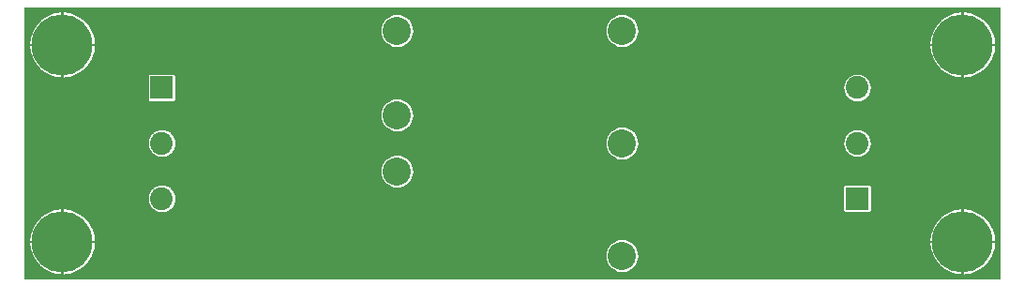
<source format=gtl>
%FSLAX33Y33*%
%MOMM*%
%AMRect-W2049999-H2049999-RO0.500*
21,1,2.049999,2.049999,0.,0.,270*%
%AMRect-W2049999-H2049999-RO1.500*
21,1,2.049999,2.049999,0.,0.,90*%
%ADD10C,0.0508*%
%ADD11C,5.5*%
%ADD12C,2.049999*%
%ADD13Rect-W2049999-H2049999-RO0.500*%
%ADD14C,2.049999*%
%ADD15Rect-W2049999-H2049999-RO1.500*%
%ADD16C,2.54*%
D10*
%LNpour fill*%
G01*
X88468Y24968D02*
X88468Y24968D01*
X0432Y24968*
X0432Y0432*
X88468Y0432*
X88468Y24968*
X3734Y18636D02*
X3734Y18636D01*
X3734Y18865*
X3886Y18865*
X3886Y18636*
X3903Y18621*
X4472Y18685*
X4474Y18685*
X5102Y18905*
X5104Y18906*
X5667Y19260*
X5669Y19261*
X6139Y19731*
X6140Y19733*
X6494Y20296*
X6495Y20298*
X6715Y20926*
X6715Y20928*
X6779Y21497*
X6764Y21514*
X6535Y21514*
X6535Y21666*
X6764Y21666*
X6779Y21683*
X6715Y22252*
X6715Y22254*
X6495Y22882*
X6494Y22884*
X6140Y23447*
X6139Y23449*
X5669Y23919*
X5667Y23920*
X5104Y24274*
X5102Y24275*
X4474Y24495*
X4472Y24495*
X3903Y24559*
X3886Y24544*
X3886Y24315*
X3734Y24315*
X3734Y24544*
X3717Y24559*
X3148Y24495*
X3146Y24495*
X2518Y24275*
X2516Y24274*
X1953Y23920*
X1951Y23919*
X1481Y23449*
X1480Y23447*
X1126Y22884*
X1125Y22882*
X0905Y22254*
X0905Y22252*
X0841Y21683*
X0856Y21666*
X1085Y21666*
X1085Y21514*
X0856Y21514*
X0841Y21497*
X0905Y20928*
X0905Y20926*
X1125Y20298*
X1126Y20296*
X1480Y19733*
X1481Y19731*
X1951Y19261*
X1953Y19260*
X2516Y18906*
X2518Y18905*
X3146Y18685*
X3148Y18685*
X3717Y18621*
X3734Y18636*
X85752Y18685D02*
X85752Y18685D01*
X85754Y18685*
X86382Y18905*
X86384Y18906*
X86947Y19260*
X86949Y19261*
X87419Y19731*
X87420Y19733*
X87774Y20296*
X87775Y20298*
X87995Y20926*
X87995Y20928*
X88059Y21497*
X88044Y21514*
X87815Y21514*
X87815Y21666*
X88044Y21666*
X88059Y21683*
X87995Y22252*
X87995Y22254*
X87775Y22882*
X87774Y22884*
X87420Y23447*
X87419Y23449*
X86949Y23919*
X86947Y23920*
X86384Y24274*
X86382Y24275*
X85754Y24495*
X85752Y24495*
X85183Y24559*
X85166Y24544*
X85166Y24315*
X85014Y24315*
X85014Y24544*
X84997Y24559*
X84428Y24495*
X84426Y24495*
X83798Y24275*
X83796Y24274*
X83233Y23920*
X83231Y23919*
X82761Y23449*
X82760Y23447*
X82406Y22884*
X82405Y22882*
X82185Y22254*
X82185Y22252*
X82121Y21683*
X82136Y21666*
X82365Y21666*
X82365Y21514*
X82136Y21514*
X82121Y21497*
X82185Y20928*
X82185Y20926*
X82405Y20298*
X82406Y20296*
X82760Y19733*
X82761Y19731*
X83231Y19261*
X83233Y19260*
X83796Y18906*
X83798Y18905*
X84426Y18685*
X84428Y18685*
X84997Y18621*
X85014Y18636*
X85014Y18865*
X85166Y18865*
X85166Y18636*
X85183Y18621*
X85752Y18685*
X54688Y21398D02*
X54688Y21398D01*
X54691Y21398*
X55005Y21508*
X55008Y21510*
X55290Y21687*
X55292Y21688*
X55528Y21924*
X55529Y21926*
X55706Y22208*
X55708Y22211*
X55818Y22525*
X55818Y22528*
X55856Y22859*
X55856Y22861*
X55818Y23192*
X55818Y23195*
X55708Y23509*
X55706Y23512*
X55529Y23794*
X55528Y23796*
X55292Y24032*
X55290Y24033*
X55008Y24210*
X55005Y24212*
X54691Y24322*
X54688Y24322*
X54357Y24360*
X54355Y24360*
X54024Y24322*
X54021Y24322*
X53707Y24212*
X53704Y24210*
X53422Y24033*
X53420Y24032*
X53184Y23796*
X53183Y23794*
X53006Y23512*
X53004Y23509*
X52894Y23195*
X52894Y23192*
X52856Y22861*
X52856Y22859*
X52894Y22528*
X52894Y22525*
X53004Y22211*
X53006Y22208*
X53183Y21926*
X53184Y21924*
X53420Y21688*
X53422Y21687*
X53704Y21510*
X53707Y21508*
X54021Y21398*
X54024Y21398*
X54355Y21360*
X54357Y21360*
X54688Y21398*
X34368Y21398D02*
X34368Y21398D01*
X34371Y21398*
X34685Y21508*
X34688Y21510*
X34970Y21687*
X34972Y21688*
X35208Y21924*
X35209Y21926*
X35386Y22208*
X35388Y22211*
X35498Y22525*
X35498Y22528*
X35536Y22859*
X35536Y22861*
X35498Y23192*
X35498Y23195*
X35388Y23509*
X35386Y23512*
X35209Y23794*
X35208Y23796*
X34972Y24032*
X34970Y24033*
X34688Y24210*
X34685Y24212*
X34371Y24322*
X34368Y24322*
X34037Y24360*
X34035Y24360*
X33704Y24322*
X33701Y24322*
X33387Y24212*
X33384Y24210*
X33102Y24033*
X33100Y24032*
X32864Y23796*
X32863Y23794*
X32686Y23512*
X32684Y23509*
X32574Y23195*
X32574Y23192*
X32536Y22861*
X32536Y22859*
X32574Y22528*
X32574Y22525*
X32684Y22211*
X32686Y22208*
X32863Y21926*
X32864Y21924*
X33100Y21688*
X33102Y21687*
X33384Y21510*
X33387Y21508*
X33701Y21398*
X33704Y21398*
X34035Y21360*
X34037Y21360*
X34368Y21398*
X13827Y16445D02*
X13827Y16445D01*
X13860Y16448*
X13862Y16448*
X13895Y16456*
X13897Y16457*
X13928Y16470*
X13930Y16471*
X13959Y16489*
X13961Y16490*
X13987Y16512*
X13988Y16513*
X14010Y16539*
X14011Y16541*
X14029Y16570*
X14030Y16572*
X14043Y16603*
X14044Y16605*
X14052Y16638*
X14052Y16640*
X14055Y16674*
X14055Y16675*
X14055Y18725*
X14055Y18726*
X14052Y18760*
X14052Y18762*
X14044Y18795*
X14043Y18797*
X14030Y18828*
X14029Y18830*
X14011Y18859*
X14010Y18861*
X13988Y18887*
X13987Y18888*
X13961Y18910*
X13959Y18911*
X13930Y18929*
X13928Y18930*
X13897Y18943*
X13895Y18944*
X13862Y18952*
X13860Y18952*
X13826Y18955*
X13825Y18955*
X11775Y18955*
X11774Y18955*
X11740Y18952*
X11738Y18952*
X11705Y18944*
X11703Y18943*
X11672Y18930*
X11670Y18929*
X11641Y18911*
X11639Y18910*
X11613Y18888*
X11612Y18887*
X11590Y18861*
X11589Y18859*
X11571Y18830*
X11570Y18828*
X11557Y18797*
X11556Y18795*
X11548Y18762*
X11548Y18760*
X11545Y18727*
X11545Y18726*
X11545Y16674*
X11545Y16674*
X11548Y16640*
X11548Y16638*
X11556Y16605*
X11557Y16603*
X11570Y16572*
X11571Y16570*
X11589Y16541*
X11590Y16539*
X11612Y16513*
X11613Y16512*
X11639Y16490*
X11641Y16489*
X11670Y16471*
X11672Y16470*
X11703Y16457*
X11705Y16456*
X11738Y16448*
X11740Y16448*
X11774Y16445*
X11774Y16445*
X13826Y16445*
X13827Y16445*
X75870Y16477D02*
X75870Y16477D01*
X75873Y16477*
X76135Y16569*
X76138Y16570*
X76373Y16718*
X76375Y16720*
X76572Y16917*
X76574Y16919*
X76722Y17154*
X76723Y17157*
X76815Y17419*
X76815Y17422*
X76847Y17699*
X76847Y17701*
X76815Y17978*
X76815Y17981*
X76723Y18243*
X76722Y18246*
X76574Y18481*
X76572Y18483*
X76375Y18680*
X76373Y18682*
X76138Y18830*
X76135Y18831*
X75873Y18923*
X75870Y18923*
X75593Y18955*
X75591Y18955*
X75314Y18923*
X75311Y18923*
X75049Y18831*
X75046Y18830*
X74811Y18682*
X74809Y18680*
X74612Y18483*
X74610Y18481*
X74462Y18246*
X74461Y18243*
X74369Y17981*
X74369Y17978*
X74337Y17701*
X74337Y17699*
X74369Y17422*
X74369Y17419*
X74461Y17157*
X74462Y17154*
X74610Y16919*
X74612Y16917*
X74809Y16720*
X74811Y16718*
X75046Y16570*
X75049Y16569*
X75311Y16477*
X75314Y16477*
X75591Y16445*
X75593Y16445*
X75870Y16477*
X34368Y13778D02*
X34368Y13778D01*
X34371Y13778*
X34685Y13888*
X34688Y13890*
X34970Y14067*
X34972Y14068*
X35208Y14304*
X35209Y14306*
X35386Y14588*
X35388Y14591*
X35498Y14905*
X35498Y14908*
X35536Y15239*
X35536Y15241*
X35498Y15572*
X35498Y15575*
X35388Y15889*
X35386Y15892*
X35209Y16174*
X35208Y16176*
X34972Y16412*
X34970Y16413*
X34688Y16590*
X34685Y16592*
X34371Y16702*
X34368Y16702*
X34037Y16740*
X34035Y16740*
X33704Y16702*
X33701Y16702*
X33387Y16592*
X33384Y16590*
X33102Y16413*
X33100Y16412*
X32864Y16176*
X32863Y16174*
X32686Y15892*
X32684Y15889*
X32574Y15575*
X32574Y15572*
X32536Y15241*
X32536Y15239*
X32574Y14908*
X32574Y14905*
X32684Y14591*
X32686Y14588*
X32863Y14306*
X32864Y14304*
X33100Y14068*
X33102Y14067*
X33384Y13890*
X33387Y13888*
X33701Y13778*
X33704Y13778*
X34035Y13740*
X34037Y13740*
X34368Y13778*
X54688Y11238D02*
X54688Y11238D01*
X54691Y11238*
X55005Y11348*
X55008Y11350*
X55290Y11527*
X55292Y11528*
X55528Y11764*
X55529Y11766*
X55706Y12048*
X55708Y12051*
X55818Y12365*
X55818Y12368*
X55856Y12699*
X55856Y12701*
X55818Y13032*
X55818Y13035*
X55708Y13349*
X55706Y13352*
X55529Y13634*
X55528Y13636*
X55292Y13872*
X55290Y13873*
X55008Y14050*
X55005Y14052*
X54691Y14162*
X54688Y14162*
X54357Y14200*
X54355Y14200*
X54024Y14162*
X54021Y14162*
X53707Y14052*
X53704Y14050*
X53422Y13873*
X53420Y13872*
X53184Y13636*
X53183Y13634*
X53006Y13352*
X53004Y13349*
X52894Y13035*
X52894Y13032*
X52856Y12701*
X52856Y12699*
X52894Y12368*
X52894Y12365*
X53004Y12051*
X53006Y12048*
X53183Y11766*
X53184Y11764*
X53420Y11528*
X53422Y11527*
X53704Y11350*
X53707Y11348*
X54021Y11238*
X54024Y11238*
X54355Y11200*
X54357Y11200*
X54688Y11238*
X75870Y11477D02*
X75870Y11477D01*
X75873Y11477*
X76135Y11569*
X76138Y11570*
X76373Y11718*
X76375Y11720*
X76572Y11917*
X76574Y11919*
X76722Y12154*
X76723Y12157*
X76815Y12419*
X76815Y12422*
X76847Y12699*
X76847Y12701*
X76815Y12978*
X76815Y12981*
X76723Y13243*
X76722Y13246*
X76574Y13481*
X76572Y13483*
X76375Y13680*
X76373Y13682*
X76138Y13830*
X76135Y13831*
X75873Y13923*
X75870Y13923*
X75593Y13955*
X75591Y13955*
X75314Y13923*
X75311Y13923*
X75049Y13831*
X75046Y13830*
X74811Y13682*
X74809Y13680*
X74612Y13483*
X74610Y13481*
X74462Y13246*
X74461Y13243*
X74369Y12981*
X74369Y12978*
X74337Y12701*
X74337Y12699*
X74369Y12422*
X74369Y12419*
X74461Y12157*
X74462Y12154*
X74610Y11919*
X74612Y11917*
X74809Y11720*
X74811Y11718*
X75046Y11570*
X75049Y11569*
X75311Y11477*
X75314Y11477*
X75591Y11445*
X75593Y11445*
X75870Y11477*
X13078Y11477D02*
X13078Y11477D01*
X13081Y11477*
X13343Y11569*
X13346Y11570*
X13581Y11718*
X13583Y11720*
X13780Y11917*
X13782Y11919*
X13930Y12154*
X13931Y12157*
X14023Y12419*
X14023Y12422*
X14055Y12699*
X14055Y12701*
X14023Y12978*
X14023Y12981*
X13931Y13243*
X13930Y13246*
X13782Y13481*
X13780Y13483*
X13583Y13680*
X13581Y13682*
X13346Y13830*
X13343Y13831*
X13081Y13923*
X13078Y13923*
X12801Y13955*
X12799Y13955*
X12522Y13923*
X12519Y13923*
X12257Y13831*
X12254Y13830*
X12019Y13682*
X12017Y13680*
X11820Y13483*
X11818Y13481*
X11670Y13246*
X11669Y13243*
X11577Y12981*
X11577Y12978*
X11545Y12701*
X11545Y12699*
X11577Y12422*
X11577Y12419*
X11669Y12157*
X11670Y12154*
X11818Y11919*
X11820Y11917*
X12017Y11720*
X12019Y11718*
X12254Y11570*
X12257Y11569*
X12519Y11477*
X12522Y11477*
X12799Y11445*
X12801Y11445*
X13078Y11477*
X34368Y8698D02*
X34368Y8698D01*
X34371Y8698*
X34685Y8808*
X34688Y8810*
X34970Y8987*
X34972Y8988*
X35208Y9224*
X35209Y9226*
X35386Y9508*
X35388Y9511*
X35498Y9825*
X35498Y9828*
X35536Y10159*
X35536Y10161*
X35498Y10492*
X35498Y10495*
X35388Y10809*
X35386Y10812*
X35209Y11094*
X35208Y11096*
X34972Y11332*
X34970Y11333*
X34688Y11510*
X34685Y11512*
X34371Y11622*
X34368Y11622*
X34037Y11660*
X34035Y11660*
X33704Y11622*
X33701Y11622*
X33387Y11512*
X33384Y11510*
X33102Y11333*
X33100Y11332*
X32864Y11096*
X32863Y11094*
X32686Y10812*
X32684Y10809*
X32574Y10495*
X32574Y10492*
X32536Y10161*
X32536Y10159*
X32574Y9828*
X32574Y9825*
X32684Y9511*
X32686Y9508*
X32863Y9226*
X32864Y9224*
X33100Y8988*
X33102Y8987*
X33384Y8810*
X33387Y8808*
X33701Y8698*
X33704Y8698*
X34035Y8660*
X34037Y8660*
X34368Y8698*
X76619Y6445D02*
X76619Y6445D01*
X76652Y6448*
X76654Y6448*
X76687Y6456*
X76689Y6457*
X76720Y6470*
X76722Y6471*
X76751Y6489*
X76753Y6490*
X76779Y6512*
X76780Y6513*
X76802Y6539*
X76803Y6541*
X76821Y6570*
X76822Y6572*
X76835Y6603*
X76836Y6605*
X76844Y6638*
X76844Y6640*
X76847Y6674*
X76847Y6675*
X76847Y8725*
X76847Y8726*
X76844Y8760*
X76844Y8762*
X76836Y8795*
X76835Y8797*
X76822Y8828*
X76821Y8830*
X76803Y8859*
X76802Y8861*
X76780Y8887*
X76779Y8888*
X76753Y8910*
X76751Y8911*
X76722Y8929*
X76720Y8930*
X76689Y8943*
X76687Y8944*
X76654Y8952*
X76652Y8952*
X76618Y8955*
X76617Y8955*
X74567Y8955*
X74566Y8955*
X74532Y8952*
X74530Y8952*
X74497Y8944*
X74495Y8943*
X74464Y8930*
X74462Y8929*
X74433Y8911*
X74431Y8910*
X74405Y8888*
X74404Y8887*
X74382Y8861*
X74381Y8859*
X74363Y8830*
X74362Y8828*
X74349Y8797*
X74348Y8795*
X74340Y8762*
X74340Y8760*
X74337Y8727*
X74337Y8726*
X74337Y6674*
X74337Y6674*
X74340Y6640*
X74340Y6638*
X74348Y6605*
X74349Y6603*
X74362Y6572*
X74363Y6570*
X74381Y6541*
X74382Y6539*
X74404Y6513*
X74405Y6512*
X74431Y6490*
X74433Y6489*
X74462Y6471*
X74464Y6470*
X74495Y6457*
X74497Y6456*
X74530Y6448*
X74532Y6448*
X74566Y6445*
X74566Y6445*
X76618Y6445*
X76619Y6445*
X13078Y6477D02*
X13078Y6477D01*
X13081Y6477*
X13343Y6569*
X13346Y6570*
X13581Y6718*
X13583Y6720*
X13780Y6917*
X13782Y6919*
X13930Y7154*
X13931Y7157*
X14023Y7419*
X14023Y7422*
X14055Y7699*
X14055Y7701*
X14023Y7978*
X14023Y7981*
X13931Y8243*
X13930Y8246*
X13782Y8481*
X13780Y8483*
X13583Y8680*
X13581Y8682*
X13346Y8830*
X13343Y8831*
X13081Y8923*
X13078Y8923*
X12801Y8955*
X12799Y8955*
X12522Y8923*
X12519Y8923*
X12257Y8831*
X12254Y8830*
X12019Y8682*
X12017Y8680*
X11820Y8483*
X11818Y8481*
X11670Y8246*
X11669Y8243*
X11577Y7981*
X11577Y7978*
X11545Y7701*
X11545Y7699*
X11577Y7422*
X11577Y7419*
X11669Y7157*
X11670Y7154*
X11818Y6919*
X11820Y6917*
X12017Y6720*
X12019Y6718*
X12254Y6570*
X12257Y6569*
X12519Y6477*
X12522Y6477*
X12799Y6445*
X12801Y6445*
X13078Y6477*
X3734Y0856D02*
X3734Y0856D01*
X3734Y1085*
X3886Y1085*
X3886Y0856*
X3903Y0841*
X4472Y0905*
X4474Y0905*
X5102Y1125*
X5104Y1126*
X5667Y1480*
X5669Y1481*
X6139Y1951*
X6140Y1953*
X6494Y2516*
X6495Y2518*
X6715Y3146*
X6715Y3148*
X6779Y3717*
X6764Y3734*
X6535Y3734*
X6535Y3886*
X6764Y3886*
X6779Y3903*
X6715Y4472*
X6715Y4474*
X6495Y5102*
X6494Y5104*
X6140Y5667*
X6139Y5669*
X5669Y6139*
X5667Y6140*
X5104Y6494*
X5102Y6495*
X4474Y6715*
X4472Y6715*
X3903Y6779*
X3886Y6764*
X3886Y6535*
X3734Y6535*
X3734Y6764*
X3717Y6779*
X3148Y6715*
X3146Y6715*
X2518Y6495*
X2516Y6494*
X1953Y6140*
X1951Y6139*
X1481Y5669*
X1480Y5667*
X1126Y5104*
X1125Y5102*
X0905Y4474*
X0905Y4472*
X0841Y3903*
X0856Y3886*
X1085Y3886*
X1085Y3734*
X0856Y3734*
X0841Y3717*
X0905Y3148*
X0905Y3146*
X1125Y2518*
X1126Y2516*
X1480Y1953*
X1481Y1951*
X1951Y1481*
X1953Y1480*
X2516Y1126*
X2518Y1125*
X3146Y0905*
X3148Y0905*
X3717Y0841*
X3734Y0856*
X85752Y0905D02*
X85752Y0905D01*
X85754Y0905*
X86382Y1125*
X86384Y1126*
X86947Y1480*
X86949Y1481*
X87419Y1951*
X87420Y1953*
X87774Y2516*
X87775Y2518*
X87995Y3146*
X87995Y3148*
X88059Y3717*
X88044Y3734*
X87815Y3734*
X87815Y3886*
X88044Y3886*
X88059Y3903*
X87995Y4472*
X87995Y4474*
X87775Y5102*
X87774Y5104*
X87420Y5667*
X87419Y5669*
X86949Y6139*
X86947Y6140*
X86384Y6494*
X86382Y6495*
X85754Y6715*
X85752Y6715*
X85183Y6779*
X85166Y6764*
X85166Y6535*
X85014Y6535*
X85014Y6764*
X84997Y6779*
X84428Y6715*
X84426Y6715*
X83798Y6495*
X83796Y6494*
X83233Y6140*
X83231Y6139*
X82761Y5669*
X82760Y5667*
X82406Y5104*
X82405Y5102*
X82185Y4474*
X82185Y4472*
X82121Y3903*
X82136Y3886*
X82365Y3886*
X82365Y3734*
X82136Y3734*
X82121Y3717*
X82185Y3148*
X82185Y3146*
X82405Y2518*
X82406Y2516*
X82760Y1953*
X82761Y1951*
X83231Y1481*
X83233Y1480*
X83796Y1126*
X83798Y1125*
X84426Y0905*
X84428Y0905*
X84997Y0841*
X85014Y0856*
X85014Y1085*
X85166Y1085*
X85166Y0856*
X85183Y0841*
X85752Y0905*
X54688Y1078D02*
X54688Y1078D01*
X54691Y1078*
X55005Y1188*
X55008Y1190*
X55290Y1367*
X55292Y1368*
X55528Y1604*
X55529Y1606*
X55706Y1888*
X55708Y1891*
X55818Y2205*
X55818Y2208*
X55856Y2539*
X55856Y2541*
X55818Y2872*
X55818Y2875*
X55708Y3189*
X55706Y3192*
X55529Y3474*
X55528Y3476*
X55292Y3712*
X55290Y3713*
X55008Y3890*
X55005Y3892*
X54691Y4002*
X54688Y4002*
X54357Y4040*
X54355Y4040*
X54024Y4002*
X54021Y4002*
X53707Y3892*
X53704Y3890*
X53422Y3713*
X53420Y3712*
X53184Y3476*
X53183Y3474*
X53006Y3192*
X53004Y3189*
X52894Y2875*
X52894Y2872*
X52856Y2541*
X52856Y2539*
X52894Y2208*
X52894Y2205*
X53004Y1891*
X53006Y1888*
X53183Y1606*
X53184Y1604*
X53420Y1368*
X53422Y1367*
X53704Y1190*
X53707Y1188*
X54021Y1078*
X54024Y1078*
X54355Y1040*
X54357Y1040*
X54688Y1078*
X0432Y0456D02*
X88468Y0456D01*
X0432Y0505D02*
X88468Y0505D01*
X0432Y0555D02*
X88468Y0555D01*
X0432Y0605D02*
X88468Y0605D01*
X0432Y0654D02*
X88468Y0654D01*
X0432Y0704D02*
X88468Y0704D01*
X0432Y0753D02*
X88468Y0753D01*
X0432Y0803D02*
X88468Y0803D01*
X0432Y0852D02*
X3615Y0852D01*
X3730Y0852D02*
X3890Y0852D01*
X4005Y0852D02*
X84895Y0852D01*
X85010Y0852D02*
X85170Y0852D01*
X85285Y0852D02*
X88468Y0852D01*
X0432Y0902D02*
X3176Y0902D01*
X3734Y0902D02*
X3886Y0902D01*
X4444Y0902D02*
X84456Y0902D01*
X85014Y0902D02*
X85166Y0902D01*
X85724Y0902D02*
X88468Y0902D01*
X0432Y0951D02*
X3015Y0951D01*
X3734Y0951D02*
X3886Y0951D01*
X4605Y0951D02*
X84295Y0951D01*
X85014Y0951D02*
X85166Y0951D01*
X85885Y0951D02*
X88468Y0951D01*
X0432Y1001D02*
X2873Y1001D01*
X3734Y1001D02*
X3886Y1001D01*
X4747Y1001D02*
X84153Y1001D01*
X85014Y1001D02*
X85166Y1001D01*
X86027Y1001D02*
X88468Y1001D01*
X0432Y1050D02*
X2732Y1050D01*
X3734Y1050D02*
X3886Y1050D01*
X4888Y1050D02*
X54267Y1050D01*
X54445Y1050D02*
X84012Y1050D01*
X85014Y1050D02*
X85166Y1050D01*
X86168Y1050D02*
X88468Y1050D01*
X0432Y1100D02*
X2590Y1100D01*
X5030Y1100D02*
X53959Y1100D01*
X54753Y1100D02*
X83870Y1100D01*
X86310Y1100D02*
X88468Y1100D01*
X0432Y1149D02*
X2479Y1149D01*
X5141Y1149D02*
X53818Y1149D01*
X54894Y1149D02*
X83759Y1149D01*
X86421Y1149D02*
X88468Y1149D01*
X0432Y1199D02*
X2400Y1199D01*
X5220Y1199D02*
X53689Y1199D01*
X55023Y1199D02*
X83680Y1199D01*
X86500Y1199D02*
X88468Y1199D01*
X0432Y1248D02*
X2321Y1248D01*
X5299Y1248D02*
X53610Y1248D01*
X55102Y1248D02*
X83601Y1248D01*
X86579Y1248D02*
X88468Y1248D01*
X0432Y1298D02*
X2242Y1298D01*
X5378Y1298D02*
X53532Y1298D01*
X55180Y1298D02*
X83522Y1298D01*
X86658Y1298D02*
X88468Y1298D01*
X0432Y1347D02*
X2164Y1347D01*
X5456Y1347D02*
X53453Y1347D01*
X55259Y1347D02*
X83444Y1347D01*
X86736Y1347D02*
X88468Y1347D01*
X0432Y1397D02*
X2085Y1397D01*
X5535Y1397D02*
X53391Y1397D01*
X55321Y1397D02*
X83365Y1397D01*
X86815Y1397D02*
X88468Y1397D01*
X0432Y1447D02*
X2006Y1447D01*
X5614Y1447D02*
X53342Y1447D01*
X55370Y1447D02*
X83286Y1447D01*
X86894Y1447D02*
X88468Y1447D01*
X0432Y1496D02*
X1936Y1496D01*
X5684Y1496D02*
X53292Y1496D01*
X55420Y1496D02*
X83216Y1496D01*
X86964Y1496D02*
X88468Y1496D01*
X0432Y1546D02*
X1887Y1546D01*
X5733Y1546D02*
X53243Y1546D01*
X55469Y1546D02*
X83167Y1546D01*
X87013Y1546D02*
X88468Y1546D01*
X0432Y1595D02*
X1837Y1595D01*
X5783Y1595D02*
X53193Y1595D01*
X55519Y1595D02*
X83117Y1595D01*
X87063Y1595D02*
X88468Y1595D01*
X0432Y1645D02*
X1788Y1645D01*
X5832Y1645D02*
X53158Y1645D01*
X55554Y1645D02*
X83068Y1645D01*
X87112Y1645D02*
X88468Y1645D01*
X0432Y1694D02*
X1738Y1694D01*
X5882Y1694D02*
X53127Y1694D01*
X55585Y1694D02*
X83018Y1694D01*
X87162Y1694D02*
X88468Y1694D01*
X0432Y1744D02*
X1689Y1744D01*
X5931Y1744D02*
X53096Y1744D01*
X55616Y1744D02*
X82969Y1744D01*
X87211Y1744D02*
X88468Y1744D01*
X0432Y1793D02*
X1639Y1793D01*
X5981Y1793D02*
X53065Y1793D01*
X55647Y1793D02*
X82919Y1793D01*
X87261Y1793D02*
X88468Y1793D01*
X0432Y1843D02*
X1590Y1843D01*
X6030Y1843D02*
X53034Y1843D01*
X55678Y1843D02*
X82870Y1843D01*
X87310Y1843D02*
X88468Y1843D01*
X0432Y1892D02*
X1540Y1892D01*
X6080Y1892D02*
X53004Y1892D01*
X55708Y1892D02*
X82820Y1892D01*
X87360Y1892D02*
X88468Y1892D01*
X0432Y1942D02*
X1491Y1942D01*
X6129Y1942D02*
X52986Y1942D01*
X55726Y1942D02*
X82771Y1942D01*
X87409Y1942D02*
X88468Y1942D01*
X0432Y1991D02*
X1456Y1991D01*
X6164Y1991D02*
X52969Y1991D01*
X55743Y1991D02*
X82736Y1991D01*
X87444Y1991D02*
X88468Y1991D01*
X0432Y2041D02*
X1425Y2041D01*
X6195Y2041D02*
X52952Y2041D01*
X55760Y2041D02*
X82705Y2041D01*
X87475Y2041D02*
X88468Y2041D01*
X0432Y2090D02*
X1393Y2090D01*
X6227Y2090D02*
X52934Y2090D01*
X55778Y2090D02*
X82673Y2090D01*
X87507Y2090D02*
X88468Y2090D01*
X0432Y2140D02*
X1362Y2140D01*
X6258Y2140D02*
X52917Y2140D01*
X55795Y2140D02*
X82642Y2140D01*
X87538Y2140D02*
X88468Y2140D01*
X0432Y2189D02*
X1331Y2189D01*
X6289Y2189D02*
X52900Y2189D01*
X55812Y2189D02*
X82611Y2189D01*
X87569Y2189D02*
X88468Y2189D01*
X0432Y2239D02*
X1300Y2239D01*
X6320Y2239D02*
X52890Y2239D01*
X55822Y2239D02*
X82580Y2239D01*
X87600Y2239D02*
X88468Y2239D01*
X0432Y2289D02*
X1269Y2289D01*
X6351Y2289D02*
X52885Y2289D01*
X55827Y2289D02*
X82549Y2289D01*
X87631Y2289D02*
X88468Y2289D01*
X0432Y2338D02*
X1238Y2338D01*
X6382Y2338D02*
X52879Y2338D01*
X55833Y2338D02*
X82518Y2338D01*
X87662Y2338D02*
X88468Y2338D01*
X0432Y2388D02*
X1207Y2388D01*
X6413Y2388D02*
X52873Y2388D01*
X55839Y2388D02*
X82487Y2388D01*
X87693Y2388D02*
X88468Y2388D01*
X0432Y2437D02*
X1176Y2437D01*
X6444Y2437D02*
X52868Y2437D01*
X55844Y2437D02*
X82456Y2437D01*
X87724Y2437D02*
X88468Y2437D01*
X0432Y2487D02*
X1144Y2487D01*
X6476Y2487D02*
X52862Y2487D01*
X55850Y2487D02*
X82424Y2487D01*
X87756Y2487D02*
X88468Y2487D01*
X0432Y2536D02*
X1119Y2536D01*
X6501Y2536D02*
X52857Y2536D01*
X55855Y2536D02*
X82399Y2536D01*
X87781Y2536D02*
X88468Y2536D01*
X0432Y2586D02*
X1101Y2586D01*
X6519Y2586D02*
X52861Y2586D01*
X55851Y2586D02*
X82381Y2586D01*
X87799Y2586D02*
X88468Y2586D01*
X0432Y2635D02*
X1084Y2635D01*
X6536Y2635D02*
X52867Y2635D01*
X55845Y2635D02*
X82364Y2635D01*
X87816Y2635D02*
X88468Y2635D01*
X0432Y2685D02*
X1067Y2685D01*
X6553Y2685D02*
X52873Y2685D01*
X55839Y2685D02*
X82347Y2685D01*
X87833Y2685D02*
X88468Y2685D01*
X0432Y2734D02*
X1049Y2734D01*
X6571Y2734D02*
X52878Y2734D01*
X55834Y2734D02*
X82329Y2734D01*
X87851Y2734D02*
X88468Y2734D01*
X0432Y2784D02*
X1032Y2784D01*
X6588Y2784D02*
X52884Y2784D01*
X55828Y2784D02*
X82312Y2784D01*
X87868Y2784D02*
X88468Y2784D01*
X0432Y2833D02*
X1015Y2833D01*
X6605Y2833D02*
X52889Y2833D01*
X55823Y2833D02*
X82295Y2833D01*
X87885Y2833D02*
X88468Y2833D01*
X0432Y2883D02*
X0997Y2883D01*
X6623Y2883D02*
X52897Y2883D01*
X55815Y2883D02*
X82277Y2883D01*
X87903Y2883D02*
X88468Y2883D01*
X0432Y2932D02*
X0980Y2932D01*
X6640Y2932D02*
X52914Y2932D01*
X55798Y2932D02*
X82260Y2932D01*
X87920Y2932D02*
X88468Y2932D01*
X0432Y2982D02*
X0963Y2982D01*
X6657Y2982D02*
X52932Y2982D01*
X55780Y2982D02*
X82243Y2982D01*
X87937Y2982D02*
X88468Y2982D01*
X0432Y3031D02*
X0945Y3031D01*
X6675Y3031D02*
X52949Y3031D01*
X55763Y3031D02*
X82225Y3031D01*
X87955Y3031D02*
X88468Y3031D01*
X0432Y3081D02*
X0928Y3081D01*
X6692Y3081D02*
X52966Y3081D01*
X55746Y3081D02*
X82208Y3081D01*
X87972Y3081D02*
X88468Y3081D01*
X0432Y3131D02*
X0911Y3131D01*
X6709Y3131D02*
X52984Y3131D01*
X55728Y3131D02*
X82191Y3131D01*
X87989Y3131D02*
X88468Y3131D01*
X0432Y3180D02*
X0901Y3180D01*
X6719Y3180D02*
X53001Y3180D01*
X55711Y3180D02*
X82181Y3180D01*
X87999Y3180D02*
X88468Y3180D01*
X0432Y3230D02*
X0896Y3230D01*
X6724Y3230D02*
X53029Y3230D01*
X55683Y3230D02*
X82176Y3230D01*
X88004Y3230D02*
X88468Y3230D01*
X0432Y3279D02*
X0890Y3279D01*
X6730Y3279D02*
X53060Y3279D01*
X55652Y3279D02*
X82170Y3279D01*
X88010Y3279D02*
X88468Y3279D01*
X0432Y3329D02*
X0884Y3329D01*
X6736Y3329D02*
X53091Y3329D01*
X55621Y3329D02*
X82164Y3329D01*
X88016Y3329D02*
X88468Y3329D01*
X0432Y3378D02*
X0879Y3378D01*
X6741Y3378D02*
X53123Y3378D01*
X55589Y3378D02*
X82159Y3378D01*
X88021Y3378D02*
X88468Y3378D01*
X0432Y3428D02*
X0873Y3428D01*
X6747Y3428D02*
X53154Y3428D01*
X55558Y3428D02*
X82153Y3428D01*
X88027Y3428D02*
X88468Y3428D01*
X0432Y3477D02*
X0868Y3477D01*
X6752Y3477D02*
X53186Y3477D01*
X55526Y3477D02*
X82148Y3477D01*
X88032Y3477D02*
X88468Y3477D01*
X0432Y3527D02*
X0862Y3527D01*
X6758Y3527D02*
X53235Y3527D01*
X55477Y3527D02*
X82142Y3527D01*
X88038Y3527D02*
X88468Y3527D01*
X0432Y3576D02*
X0857Y3576D01*
X6763Y3576D02*
X53285Y3576D01*
X55427Y3576D02*
X82137Y3576D01*
X88043Y3576D02*
X88468Y3576D01*
X0432Y3626D02*
X0851Y3626D01*
X6769Y3626D02*
X53334Y3626D01*
X55378Y3626D02*
X82131Y3626D01*
X88049Y3626D02*
X88468Y3626D01*
X0432Y3675D02*
X0845Y3675D01*
X6775Y3675D02*
X53384Y3675D01*
X55328Y3675D02*
X82125Y3675D01*
X88055Y3675D02*
X88468Y3675D01*
X0432Y3725D02*
X0848Y3725D01*
X6772Y3725D02*
X53441Y3725D01*
X55271Y3725D02*
X82128Y3725D01*
X88052Y3725D02*
X88468Y3725D01*
X0432Y3774D02*
X1085Y3774D01*
X6535Y3774D02*
X53519Y3774D01*
X55193Y3774D02*
X82365Y3774D01*
X87815Y3774D02*
X88468Y3774D01*
X0432Y3824D02*
X1085Y3824D01*
X6535Y3824D02*
X53598Y3824D01*
X55114Y3824D02*
X82365Y3824D01*
X87815Y3824D02*
X88468Y3824D01*
X0432Y3873D02*
X1085Y3873D01*
X6535Y3873D02*
X53677Y3873D01*
X55035Y3873D02*
X82365Y3873D01*
X87815Y3873D02*
X88468Y3873D01*
X0432Y3923D02*
X0843Y3923D01*
X6777Y3923D02*
X53796Y3923D01*
X54916Y3923D02*
X82123Y3923D01*
X88057Y3923D02*
X88468Y3923D01*
X0432Y3973D02*
X0849Y3973D01*
X6771Y3973D02*
X53938Y3973D01*
X54774Y3973D02*
X82129Y3973D01*
X88051Y3973D02*
X88468Y3973D01*
X0432Y4022D02*
X0854Y4022D01*
X6766Y4022D02*
X54199Y4022D01*
X54513Y4022D02*
X82134Y4022D01*
X88046Y4022D02*
X88468Y4022D01*
X0432Y4072D02*
X0860Y4072D01*
X6760Y4072D02*
X82140Y4072D01*
X88040Y4072D02*
X88468Y4072D01*
X0432Y4121D02*
X0865Y4121D01*
X6755Y4121D02*
X82145Y4121D01*
X88035Y4121D02*
X88468Y4121D01*
X0432Y4171D02*
X0871Y4171D01*
X6749Y4171D02*
X82151Y4171D01*
X88029Y4171D02*
X88468Y4171D01*
X0432Y4220D02*
X0876Y4220D01*
X6744Y4220D02*
X82156Y4220D01*
X88024Y4220D02*
X88468Y4220D01*
X0432Y4270D02*
X0882Y4270D01*
X6738Y4270D02*
X82162Y4270D01*
X88018Y4270D02*
X88468Y4270D01*
X0432Y4319D02*
X0888Y4319D01*
X6732Y4319D02*
X82168Y4319D01*
X88012Y4319D02*
X88468Y4319D01*
X0432Y4369D02*
X0893Y4369D01*
X6727Y4369D02*
X82173Y4369D01*
X88007Y4369D02*
X88468Y4369D01*
X0432Y4418D02*
X0899Y4418D01*
X6721Y4418D02*
X82179Y4418D01*
X88001Y4418D02*
X88468Y4418D01*
X0432Y4468D02*
X0904Y4468D01*
X6716Y4468D02*
X82184Y4468D01*
X87996Y4468D02*
X88468Y4468D01*
X0432Y4517D02*
X0920Y4517D01*
X6700Y4517D02*
X82200Y4517D01*
X87980Y4517D02*
X88468Y4517D01*
X0432Y4567D02*
X0938Y4567D01*
X6682Y4567D02*
X82218Y4567D01*
X87962Y4567D02*
X88468Y4567D01*
X0432Y4616D02*
X0955Y4616D01*
X6665Y4616D02*
X82235Y4616D01*
X87945Y4616D02*
X88468Y4616D01*
X0432Y4666D02*
X0972Y4666D01*
X6648Y4666D02*
X82252Y4666D01*
X87928Y4666D02*
X88468Y4666D01*
X0432Y4716D02*
X0990Y4716D01*
X6630Y4716D02*
X82270Y4716D01*
X87910Y4716D02*
X88468Y4716D01*
X0432Y4765D02*
X1007Y4765D01*
X6613Y4765D02*
X82287Y4765D01*
X87893Y4765D02*
X88468Y4765D01*
X0432Y4815D02*
X1024Y4815D01*
X6596Y4815D02*
X82304Y4815D01*
X87876Y4815D02*
X88468Y4815D01*
X0432Y4864D02*
X1042Y4864D01*
X6578Y4864D02*
X82322Y4864D01*
X87858Y4864D02*
X88468Y4864D01*
X0432Y4914D02*
X1059Y4914D01*
X6561Y4914D02*
X82339Y4914D01*
X87841Y4914D02*
X88468Y4914D01*
X0432Y4963D02*
X1076Y4963D01*
X6544Y4963D02*
X82356Y4963D01*
X87824Y4963D02*
X88468Y4963D01*
X0432Y5013D02*
X1094Y5013D01*
X6526Y5013D02*
X82374Y5013D01*
X87806Y5013D02*
X88468Y5013D01*
X0432Y5062D02*
X1111Y5062D01*
X6509Y5062D02*
X82391Y5062D01*
X87789Y5062D02*
X88468Y5062D01*
X0432Y5112D02*
X1131Y5112D01*
X6489Y5112D02*
X82411Y5112D01*
X87769Y5112D02*
X88468Y5112D01*
X0432Y5161D02*
X1162Y5161D01*
X6458Y5161D02*
X82442Y5161D01*
X87738Y5161D02*
X88468Y5161D01*
X0432Y5211D02*
X1193Y5211D01*
X6427Y5211D02*
X82473Y5211D01*
X87707Y5211D02*
X88468Y5211D01*
X0432Y5260D02*
X1224Y5260D01*
X6396Y5260D02*
X82504Y5260D01*
X87676Y5260D02*
X88468Y5260D01*
X0432Y5310D02*
X1255Y5310D01*
X6365Y5310D02*
X82535Y5310D01*
X87645Y5310D02*
X88468Y5310D01*
X0432Y5359D02*
X1287Y5359D01*
X6333Y5359D02*
X82567Y5359D01*
X87613Y5359D02*
X88468Y5359D01*
X0432Y5409D02*
X1318Y5409D01*
X6302Y5409D02*
X82598Y5409D01*
X87582Y5409D02*
X88468Y5409D01*
X0432Y5458D02*
X1349Y5458D01*
X6271Y5458D02*
X82629Y5458D01*
X87551Y5458D02*
X88468Y5458D01*
X0432Y5508D02*
X1380Y5508D01*
X6240Y5508D02*
X82660Y5508D01*
X87520Y5508D02*
X88468Y5508D01*
X0432Y5558D02*
X1411Y5558D01*
X6209Y5558D02*
X82691Y5558D01*
X87489Y5558D02*
X88468Y5558D01*
X0432Y5607D02*
X1442Y5607D01*
X6178Y5607D02*
X82722Y5607D01*
X87458Y5607D02*
X88468Y5607D01*
X0432Y5657D02*
X1473Y5657D01*
X6147Y5657D02*
X82753Y5657D01*
X87427Y5657D02*
X88468Y5657D01*
X0432Y5706D02*
X1519Y5706D01*
X6101Y5706D02*
X82799Y5706D01*
X87381Y5706D02*
X88468Y5706D01*
X0432Y5756D02*
X1568Y5756D01*
X6052Y5756D02*
X82848Y5756D01*
X87332Y5756D02*
X88468Y5756D01*
X0432Y5805D02*
X1618Y5805D01*
X6002Y5805D02*
X82898Y5805D01*
X87282Y5805D02*
X88468Y5805D01*
X0432Y5855D02*
X1667Y5855D01*
X5953Y5855D02*
X82947Y5855D01*
X87233Y5855D02*
X88468Y5855D01*
X0432Y5904D02*
X1717Y5904D01*
X5903Y5904D02*
X82997Y5904D01*
X87183Y5904D02*
X88468Y5904D01*
X0432Y5954D02*
X1766Y5954D01*
X5854Y5954D02*
X83046Y5954D01*
X87134Y5954D02*
X88468Y5954D01*
X0432Y6003D02*
X1816Y6003D01*
X5804Y6003D02*
X83096Y6003D01*
X87084Y6003D02*
X88468Y6003D01*
X0432Y6053D02*
X1865Y6053D01*
X5755Y6053D02*
X83145Y6053D01*
X87035Y6053D02*
X88468Y6053D01*
X0432Y6102D02*
X1915Y6102D01*
X5705Y6102D02*
X83195Y6102D01*
X86985Y6102D02*
X88468Y6102D01*
X0432Y6152D02*
X1972Y6152D01*
X5648Y6152D02*
X83252Y6152D01*
X86928Y6152D02*
X88468Y6152D01*
X0432Y6201D02*
X2050Y6201D01*
X5570Y6201D02*
X83330Y6201D01*
X86850Y6201D02*
X88468Y6201D01*
X0432Y6251D02*
X2129Y6251D01*
X5491Y6251D02*
X83409Y6251D01*
X86771Y6251D02*
X88468Y6251D01*
X0432Y6300D02*
X2208Y6300D01*
X5412Y6300D02*
X83488Y6300D01*
X86692Y6300D02*
X88468Y6300D01*
X0432Y6350D02*
X2287Y6350D01*
X5333Y6350D02*
X83567Y6350D01*
X86613Y6350D02*
X88468Y6350D01*
X0432Y6400D02*
X2366Y6400D01*
X5254Y6400D02*
X83646Y6400D01*
X86534Y6400D02*
X88468Y6400D01*
X0432Y6449D02*
X2445Y6449D01*
X5175Y6449D02*
X12766Y6449D01*
X12834Y6449D02*
X74527Y6449D01*
X76657Y6449D02*
X83725Y6449D01*
X86455Y6449D02*
X88468Y6449D01*
X0432Y6499D02*
X2528Y6499D01*
X5092Y6499D02*
X12458Y6499D01*
X13142Y6499D02*
X74421Y6499D01*
X76763Y6499D02*
X83808Y6499D01*
X86372Y6499D02*
X88468Y6499D01*
X0432Y6548D02*
X2670Y6548D01*
X3734Y6548D02*
X3886Y6548D01*
X4950Y6548D02*
X12317Y6548D01*
X13283Y6548D02*
X74376Y6548D01*
X76808Y6548D02*
X83950Y6548D01*
X85014Y6548D02*
X85166Y6548D01*
X86230Y6548D02*
X88468Y6548D01*
X0432Y6598D02*
X2811Y6598D01*
X3734Y6598D02*
X3886Y6598D01*
X4809Y6598D02*
X12211Y6598D01*
X13389Y6598D02*
X74351Y6598D01*
X76833Y6598D02*
X84091Y6598D01*
X85014Y6598D02*
X85166Y6598D01*
X86089Y6598D02*
X88468Y6598D01*
X0432Y6647D02*
X2953Y6647D01*
X3734Y6647D02*
X3886Y6647D01*
X4667Y6647D02*
X12132Y6647D01*
X13468Y6647D02*
X74340Y6647D01*
X76844Y6647D02*
X84233Y6647D01*
X85014Y6647D02*
X85166Y6647D01*
X85947Y6647D02*
X88468Y6647D01*
X0432Y6697D02*
X3095Y6697D01*
X3734Y6697D02*
X3886Y6697D01*
X4525Y6697D02*
X12053Y6697D01*
X13547Y6697D02*
X74337Y6697D01*
X76847Y6697D02*
X84375Y6697D01*
X85014Y6697D02*
X85166Y6697D01*
X85805Y6697D02*
X88468Y6697D01*
X0432Y6746D02*
X3424Y6746D01*
X3734Y6746D02*
X3886Y6746D01*
X4196Y6746D02*
X11990Y6746D01*
X13610Y6746D02*
X74337Y6746D01*
X76847Y6746D02*
X84704Y6746D01*
X85014Y6746D02*
X85166Y6746D01*
X85476Y6746D02*
X88468Y6746D01*
X0432Y6796D02*
X11941Y6796D01*
X13659Y6796D02*
X74337Y6796D01*
X76847Y6796D02*
X88468Y6796D01*
X0432Y6845D02*
X11891Y6845D01*
X13709Y6845D02*
X74337Y6845D01*
X76847Y6845D02*
X88468Y6845D01*
X0432Y6895D02*
X11842Y6895D01*
X13758Y6895D02*
X74337Y6895D01*
X76847Y6895D02*
X88468Y6895D01*
X0432Y6944D02*
X11802Y6944D01*
X13798Y6944D02*
X74337Y6944D01*
X76847Y6944D02*
X88468Y6944D01*
X0432Y6994D02*
X11771Y6994D01*
X13829Y6994D02*
X74337Y6994D01*
X76847Y6994D02*
X88468Y6994D01*
X0432Y7043D02*
X11740Y7043D01*
X13860Y7043D02*
X74337Y7043D01*
X76847Y7043D02*
X88468Y7043D01*
X0432Y7093D02*
X11709Y7093D01*
X13891Y7093D02*
X74337Y7093D01*
X76847Y7093D02*
X88468Y7093D01*
X0432Y7142D02*
X11678Y7142D01*
X13922Y7142D02*
X74337Y7142D01*
X76847Y7142D02*
X88468Y7142D01*
X0432Y7192D02*
X11657Y7192D01*
X13943Y7192D02*
X74337Y7192D01*
X76847Y7192D02*
X88468Y7192D01*
X0432Y7242D02*
X11639Y7242D01*
X13961Y7242D02*
X74337Y7242D01*
X76847Y7242D02*
X88468Y7242D01*
X0432Y7291D02*
X11622Y7291D01*
X13978Y7291D02*
X74337Y7291D01*
X76847Y7291D02*
X88468Y7291D01*
X0432Y7341D02*
X11605Y7341D01*
X13995Y7341D02*
X74337Y7341D01*
X76847Y7341D02*
X88468Y7341D01*
X0432Y7390D02*
X11587Y7390D01*
X14013Y7390D02*
X74337Y7390D01*
X76847Y7390D02*
X88468Y7390D01*
X0432Y7440D02*
X11575Y7440D01*
X14025Y7440D02*
X74337Y7440D01*
X76847Y7440D02*
X88468Y7440D01*
X0432Y7489D02*
X11569Y7489D01*
X14031Y7489D02*
X74337Y7489D01*
X76847Y7489D02*
X88468Y7489D01*
X0432Y7539D02*
X11563Y7539D01*
X14037Y7539D02*
X74337Y7539D01*
X76847Y7539D02*
X88468Y7539D01*
X0432Y7588D02*
X11558Y7588D01*
X14042Y7588D02*
X74337Y7588D01*
X76847Y7588D02*
X88468Y7588D01*
X0432Y7638D02*
X11552Y7638D01*
X14048Y7638D02*
X74337Y7638D01*
X76847Y7638D02*
X88468Y7638D01*
X0432Y7687D02*
X11547Y7687D01*
X14053Y7687D02*
X74337Y7687D01*
X76847Y7687D02*
X88468Y7687D01*
X0432Y7737D02*
X11549Y7737D01*
X14051Y7737D02*
X74337Y7737D01*
X76847Y7737D02*
X88468Y7737D01*
X0432Y7786D02*
X11555Y7786D01*
X14045Y7786D02*
X74337Y7786D01*
X76847Y7786D02*
X88468Y7786D01*
X0432Y7836D02*
X11561Y7836D01*
X14039Y7836D02*
X74337Y7836D01*
X76847Y7836D02*
X88468Y7836D01*
X0432Y7885D02*
X11566Y7885D01*
X14034Y7885D02*
X74337Y7885D01*
X76847Y7885D02*
X88468Y7885D01*
X0432Y7935D02*
X11572Y7935D01*
X14028Y7935D02*
X74337Y7935D01*
X76847Y7935D02*
X88468Y7935D01*
X0432Y7984D02*
X11579Y7984D01*
X14021Y7984D02*
X74337Y7984D01*
X76847Y7984D02*
X88468Y7984D01*
X0432Y8034D02*
X11596Y8034D01*
X14004Y8034D02*
X74337Y8034D01*
X76847Y8034D02*
X88468Y8034D01*
X0432Y8084D02*
X11613Y8084D01*
X13987Y8084D02*
X74337Y8084D01*
X76847Y8084D02*
X88468Y8084D01*
X0432Y8133D02*
X11631Y8133D01*
X13969Y8133D02*
X74337Y8133D01*
X76847Y8133D02*
X88468Y8133D01*
X0432Y8183D02*
X11648Y8183D01*
X13952Y8183D02*
X74337Y8183D01*
X76847Y8183D02*
X88468Y8183D01*
X0432Y8232D02*
X11665Y8232D01*
X13935Y8232D02*
X74337Y8232D01*
X76847Y8232D02*
X88468Y8232D01*
X0432Y8282D02*
X11693Y8282D01*
X13907Y8282D02*
X74337Y8282D01*
X76847Y8282D02*
X88468Y8282D01*
X0432Y8331D02*
X11724Y8331D01*
X13876Y8331D02*
X74337Y8331D01*
X76847Y8331D02*
X88468Y8331D01*
X0432Y8381D02*
X11755Y8381D01*
X13845Y8381D02*
X74337Y8381D01*
X76847Y8381D02*
X88468Y8381D01*
X0432Y8430D02*
X11786Y8430D01*
X13814Y8430D02*
X74337Y8430D01*
X76847Y8430D02*
X88468Y8430D01*
X0432Y8480D02*
X11817Y8480D01*
X13783Y8480D02*
X74337Y8480D01*
X76847Y8480D02*
X88468Y8480D01*
X0432Y8529D02*
X11866Y8529D01*
X13734Y8529D02*
X74337Y8529D01*
X76847Y8529D02*
X88468Y8529D01*
X0432Y8579D02*
X11916Y8579D01*
X13684Y8579D02*
X74337Y8579D01*
X76847Y8579D02*
X88468Y8579D01*
X0432Y8628D02*
X11965Y8628D01*
X13635Y8628D02*
X74337Y8628D01*
X76847Y8628D02*
X88468Y8628D01*
X0432Y8678D02*
X12015Y8678D01*
X13585Y8678D02*
X33879Y8678D01*
X34193Y8678D02*
X74337Y8678D01*
X76847Y8678D02*
X88468Y8678D01*
X0432Y8727D02*
X12092Y8727D01*
X13508Y8727D02*
X33618Y8727D01*
X34454Y8727D02*
X74338Y8727D01*
X76846Y8727D02*
X88468Y8727D01*
X0432Y8777D02*
X12170Y8777D01*
X13430Y8777D02*
X33476Y8777D01*
X34596Y8777D02*
X74344Y8777D01*
X76840Y8777D02*
X88468Y8777D01*
X0432Y8826D02*
X12249Y8826D01*
X13351Y8826D02*
X33357Y8826D01*
X34715Y8826D02*
X74361Y8826D01*
X76823Y8826D02*
X88468Y8826D01*
X0432Y8876D02*
X12386Y8876D01*
X13214Y8876D02*
X33278Y8876D01*
X34794Y8876D02*
X74395Y8876D01*
X76789Y8876D02*
X88468Y8876D01*
X0432Y8926D02*
X12541Y8926D01*
X13059Y8926D02*
X33199Y8926D01*
X34873Y8926D02*
X74456Y8926D01*
X76728Y8926D02*
X88468Y8926D01*
X0432Y8975D02*
X33121Y8975D01*
X34951Y8975D02*
X88468Y8975D01*
X0432Y9025D02*
X33064Y9025D01*
X35008Y9025D02*
X88468Y9025D01*
X0432Y9074D02*
X33014Y9074D01*
X35058Y9074D02*
X88468Y9074D01*
X0432Y9124D02*
X32965Y9124D01*
X35107Y9124D02*
X88468Y9124D01*
X0432Y9173D02*
X32915Y9173D01*
X35157Y9173D02*
X88468Y9173D01*
X0432Y9223D02*
X32866Y9223D01*
X35206Y9223D02*
X88468Y9223D01*
X0432Y9272D02*
X32834Y9272D01*
X35238Y9272D02*
X88468Y9272D01*
X0432Y9322D02*
X32803Y9322D01*
X35269Y9322D02*
X88468Y9322D01*
X0432Y9371D02*
X32771Y9371D01*
X35301Y9371D02*
X88468Y9371D01*
X0432Y9421D02*
X32740Y9421D01*
X35332Y9421D02*
X88468Y9421D01*
X0432Y9470D02*
X32709Y9470D01*
X35363Y9470D02*
X88468Y9470D01*
X0432Y9520D02*
X32681Y9520D01*
X35391Y9520D02*
X88468Y9520D01*
X0432Y9569D02*
X32664Y9569D01*
X35408Y9569D02*
X88468Y9569D01*
X0432Y9619D02*
X32646Y9619D01*
X35426Y9619D02*
X88468Y9619D01*
X0432Y9669D02*
X32629Y9669D01*
X35443Y9669D02*
X88468Y9669D01*
X0432Y9718D02*
X32612Y9718D01*
X35460Y9718D02*
X88468Y9718D01*
X0432Y9768D02*
X32594Y9768D01*
X35478Y9768D02*
X88468Y9768D01*
X0432Y9817D02*
X32577Y9817D01*
X35495Y9817D02*
X88468Y9817D01*
X0432Y9867D02*
X32569Y9867D01*
X35503Y9867D02*
X88468Y9867D01*
X0432Y9916D02*
X32564Y9916D01*
X35508Y9916D02*
X88468Y9916D01*
X0432Y9966D02*
X32558Y9966D01*
X35514Y9966D02*
X88468Y9966D01*
X0432Y10015D02*
X32553Y10015D01*
X35519Y10015D02*
X88468Y10015D01*
X0432Y10065D02*
X32547Y10065D01*
X35525Y10065D02*
X88468Y10065D01*
X0432Y10114D02*
X32541Y10114D01*
X35531Y10114D02*
X88468Y10114D01*
X0432Y10164D02*
X32537Y10164D01*
X35535Y10164D02*
X88468Y10164D01*
X0432Y10213D02*
X32542Y10213D01*
X35530Y10213D02*
X88468Y10213D01*
X0432Y10263D02*
X32548Y10263D01*
X35524Y10263D02*
X88468Y10263D01*
X0432Y10312D02*
X32553Y10312D01*
X35519Y10312D02*
X88468Y10312D01*
X0432Y10362D02*
X32559Y10362D01*
X35513Y10362D02*
X88468Y10362D01*
X0432Y10411D02*
X32565Y10411D01*
X35507Y10411D02*
X88468Y10411D01*
X0432Y10461D02*
X32570Y10461D01*
X35502Y10461D02*
X88468Y10461D01*
X0432Y10511D02*
X32580Y10511D01*
X35492Y10511D02*
X88468Y10511D01*
X0432Y10560D02*
X32597Y10560D01*
X35475Y10560D02*
X88468Y10560D01*
X0432Y10610D02*
X32614Y10610D01*
X35458Y10610D02*
X88468Y10610D01*
X0432Y10659D02*
X32632Y10659D01*
X35440Y10659D02*
X88468Y10659D01*
X0432Y10709D02*
X32649Y10709D01*
X35423Y10709D02*
X88468Y10709D01*
X0432Y10758D02*
X32666Y10758D01*
X35406Y10758D02*
X88468Y10758D01*
X0432Y10808D02*
X32684Y10808D01*
X35388Y10808D02*
X88468Y10808D01*
X0432Y10857D02*
X32714Y10857D01*
X35358Y10857D02*
X88468Y10857D01*
X0432Y10907D02*
X32745Y10907D01*
X35327Y10907D02*
X88468Y10907D01*
X0432Y10956D02*
X32776Y10956D01*
X35296Y10956D02*
X88468Y10956D01*
X0432Y11006D02*
X32807Y11006D01*
X35265Y11006D02*
X88468Y11006D01*
X0432Y11055D02*
X32838Y11055D01*
X35234Y11055D02*
X88468Y11055D01*
X0432Y11105D02*
X32873Y11105D01*
X35199Y11105D02*
X88468Y11105D01*
X0432Y11154D02*
X32923Y11154D01*
X35149Y11154D02*
X88468Y11154D01*
X0432Y11204D02*
X32972Y11204D01*
X35100Y11204D02*
X54323Y11204D01*
X54389Y11204D02*
X88468Y11204D01*
X0432Y11253D02*
X33022Y11253D01*
X35050Y11253D02*
X53978Y11253D01*
X54734Y11253D02*
X88468Y11253D01*
X0432Y11303D02*
X33071Y11303D01*
X35001Y11303D02*
X53836Y11303D01*
X54876Y11303D02*
X88468Y11303D01*
X0432Y11353D02*
X33133Y11353D01*
X34939Y11353D02*
X53699Y11353D01*
X55013Y11353D02*
X88468Y11353D01*
X0432Y11402D02*
X33212Y11402D01*
X34860Y11402D02*
X53620Y11402D01*
X55092Y11402D02*
X88468Y11402D01*
X0432Y11452D02*
X12744Y11452D01*
X12856Y11452D02*
X33290Y11452D01*
X34782Y11452D02*
X53542Y11452D01*
X55170Y11452D02*
X75536Y11452D01*
X75648Y11452D02*
X88468Y11452D01*
X0432Y11501D02*
X12451Y11501D01*
X13149Y11501D02*
X33369Y11501D01*
X34703Y11501D02*
X53463Y11501D01*
X55249Y11501D02*
X75243Y11501D01*
X75941Y11501D02*
X88468Y11501D01*
X0432Y11551D02*
X12309Y11551D01*
X13291Y11551D02*
X33498Y11551D01*
X34574Y11551D02*
X53398Y11551D01*
X55314Y11551D02*
X75101Y11551D01*
X76083Y11551D02*
X88468Y11551D01*
X0432Y11600D02*
X12207Y11600D01*
X13393Y11600D02*
X33639Y11600D01*
X34433Y11600D02*
X53348Y11600D01*
X55364Y11600D02*
X74999Y11600D01*
X76185Y11600D02*
X88468Y11600D01*
X0432Y11650D02*
X12128Y11650D01*
X13472Y11650D02*
X33947Y11650D01*
X34125Y11650D02*
X53299Y11650D01*
X55413Y11650D02*
X74920Y11650D01*
X76264Y11650D02*
X88468Y11650D01*
X0432Y11699D02*
X12049Y11699D01*
X13551Y11699D02*
X53249Y11699D01*
X55463Y11699D02*
X74841Y11699D01*
X76343Y11699D02*
X88468Y11699D01*
X0432Y11749D02*
X11988Y11749D01*
X13612Y11749D02*
X53200Y11749D01*
X55512Y11749D02*
X74780Y11749D01*
X76404Y11749D02*
X88468Y11749D01*
X0432Y11798D02*
X11938Y11798D01*
X13662Y11798D02*
X53162Y11798D01*
X55550Y11798D02*
X74730Y11798D01*
X76454Y11798D02*
X88468Y11798D01*
X0432Y11848D02*
X11889Y11848D01*
X13711Y11848D02*
X53131Y11848D01*
X55581Y11848D02*
X74681Y11848D01*
X76503Y11848D02*
X88468Y11848D01*
X0432Y11897D02*
X11839Y11897D01*
X13761Y11897D02*
X53100Y11897D01*
X55612Y11897D02*
X74631Y11897D01*
X76553Y11897D02*
X88468Y11897D01*
X0432Y11947D02*
X11801Y11947D01*
X13799Y11947D02*
X53069Y11947D01*
X55643Y11947D02*
X74593Y11947D01*
X76591Y11947D02*
X88468Y11947D01*
X0432Y11996D02*
X11770Y11996D01*
X13830Y11996D02*
X53038Y11996D01*
X55674Y11996D02*
X74562Y11996D01*
X76622Y11996D02*
X88468Y11996D01*
X0432Y12046D02*
X11738Y12046D01*
X13862Y12046D02*
X53007Y12046D01*
X55705Y12046D02*
X74530Y12046D01*
X76654Y12046D02*
X88468Y12046D01*
X0432Y12095D02*
X11707Y12095D01*
X13893Y12095D02*
X52989Y12095D01*
X55723Y12095D02*
X74499Y12095D01*
X76685Y12095D02*
X88468Y12095D01*
X0432Y12145D02*
X11676Y12145D01*
X13924Y12145D02*
X52971Y12145D01*
X55741Y12145D02*
X74468Y12145D01*
X76716Y12145D02*
X88468Y12145D01*
X0432Y12195D02*
X11656Y12195D01*
X13944Y12195D02*
X52954Y12195D01*
X55758Y12195D02*
X74448Y12195D01*
X76736Y12195D02*
X88468Y12195D01*
X0432Y12244D02*
X11639Y12244D01*
X13961Y12244D02*
X52937Y12244D01*
X55775Y12244D02*
X74431Y12244D01*
X76753Y12244D02*
X88468Y12244D01*
X0432Y12294D02*
X11621Y12294D01*
X13979Y12294D02*
X52919Y12294D01*
X55793Y12294D02*
X74413Y12294D01*
X76771Y12294D02*
X88468Y12294D01*
X0432Y12343D02*
X11604Y12343D01*
X13996Y12343D02*
X52902Y12343D01*
X55810Y12343D02*
X74396Y12343D01*
X76788Y12343D02*
X88468Y12343D01*
X0432Y12393D02*
X11587Y12393D01*
X14013Y12393D02*
X52891Y12393D01*
X55821Y12393D02*
X74379Y12393D01*
X76805Y12393D02*
X88468Y12393D01*
X0432Y12442D02*
X11574Y12442D01*
X14026Y12442D02*
X52885Y12442D01*
X55827Y12442D02*
X74366Y12442D01*
X76818Y12442D02*
X88468Y12442D01*
X0432Y12492D02*
X11569Y12492D01*
X14031Y12492D02*
X52880Y12492D01*
X55832Y12492D02*
X74361Y12492D01*
X76823Y12492D02*
X88468Y12492D01*
X0432Y12541D02*
X11563Y12541D01*
X14037Y12541D02*
X52874Y12541D01*
X55838Y12541D02*
X74355Y12541D01*
X76829Y12541D02*
X88468Y12541D01*
X0432Y12591D02*
X11558Y12591D01*
X14042Y12591D02*
X52869Y12591D01*
X55843Y12591D02*
X74350Y12591D01*
X76834Y12591D02*
X88468Y12591D01*
X0432Y12640D02*
X11552Y12640D01*
X14048Y12640D02*
X52863Y12640D01*
X55849Y12640D02*
X74344Y12640D01*
X76840Y12640D02*
X88468Y12640D01*
X0432Y12690D02*
X11546Y12690D01*
X14054Y12690D02*
X52857Y12690D01*
X55855Y12690D02*
X74338Y12690D01*
X76846Y12690D02*
X88468Y12690D01*
X0432Y12739D02*
X11550Y12739D01*
X14050Y12739D02*
X52861Y12739D01*
X55851Y12739D02*
X74342Y12739D01*
X76842Y12739D02*
X88468Y12739D01*
X0432Y12789D02*
X11555Y12789D01*
X14045Y12789D02*
X52866Y12789D01*
X55846Y12789D02*
X74347Y12789D01*
X76837Y12789D02*
X88468Y12789D01*
X0432Y12838D02*
X11561Y12838D01*
X14039Y12838D02*
X52872Y12838D01*
X55840Y12838D02*
X74353Y12838D01*
X76831Y12838D02*
X88468Y12838D01*
X0432Y12888D02*
X11566Y12888D01*
X14034Y12888D02*
X52877Y12888D01*
X55835Y12888D02*
X74358Y12888D01*
X76826Y12888D02*
X88468Y12888D01*
X0432Y12937D02*
X11572Y12937D01*
X14028Y12937D02*
X52883Y12937D01*
X55829Y12937D02*
X74364Y12937D01*
X76820Y12937D02*
X88468Y12937D01*
X0432Y12987D02*
X11579Y12987D01*
X14021Y12987D02*
X52889Y12987D01*
X55823Y12987D02*
X74371Y12987D01*
X76813Y12987D02*
X88468Y12987D01*
X0432Y13037D02*
X11597Y13037D01*
X14003Y13037D02*
X52895Y13037D01*
X55817Y13037D02*
X74389Y13037D01*
X76795Y13037D02*
X88468Y13037D01*
X0432Y13086D02*
X11614Y13086D01*
X13986Y13086D02*
X52912Y13086D01*
X55800Y13086D02*
X74406Y13086D01*
X76778Y13086D02*
X88468Y13086D01*
X0432Y13136D02*
X11631Y13136D01*
X13969Y13136D02*
X52929Y13136D01*
X55783Y13136D02*
X74423Y13136D01*
X76761Y13136D02*
X88468Y13136D01*
X0432Y13185D02*
X11649Y13185D01*
X13951Y13185D02*
X52947Y13185D01*
X55765Y13185D02*
X74441Y13185D01*
X76743Y13185D02*
X88468Y13185D01*
X0432Y13235D02*
X11666Y13235D01*
X13934Y13235D02*
X52964Y13235D01*
X55748Y13235D02*
X74458Y13235D01*
X76726Y13235D02*
X88468Y13235D01*
X0432Y13284D02*
X11694Y13284D01*
X13906Y13284D02*
X52981Y13284D01*
X55731Y13284D02*
X74486Y13284D01*
X76698Y13284D02*
X88468Y13284D01*
X0432Y13334D02*
X11726Y13334D01*
X13874Y13334D02*
X52999Y13334D01*
X55713Y13334D02*
X74518Y13334D01*
X76666Y13334D02*
X88468Y13334D01*
X0432Y13383D02*
X11757Y13383D01*
X13843Y13383D02*
X53025Y13383D01*
X55687Y13383D02*
X74549Y13383D01*
X76635Y13383D02*
X88468Y13383D01*
X0432Y13433D02*
X11788Y13433D01*
X13812Y13433D02*
X53056Y13433D01*
X55656Y13433D02*
X74580Y13433D01*
X76604Y13433D02*
X88468Y13433D01*
X0432Y13482D02*
X11819Y13482D01*
X13781Y13482D02*
X53087Y13482D01*
X55625Y13482D02*
X74611Y13482D01*
X76573Y13482D02*
X88468Y13482D01*
X0432Y13532D02*
X11869Y13532D01*
X13731Y13532D02*
X53119Y13532D01*
X55593Y13532D02*
X74661Y13532D01*
X76523Y13532D02*
X88468Y13532D01*
X0432Y13581D02*
X11918Y13581D01*
X13682Y13581D02*
X53150Y13581D01*
X55562Y13581D02*
X74710Y13581D01*
X76474Y13581D02*
X88468Y13581D01*
X0432Y13631D02*
X11968Y13631D01*
X13632Y13631D02*
X53181Y13631D01*
X55531Y13631D02*
X74760Y13631D01*
X76424Y13631D02*
X88468Y13631D01*
X0432Y13680D02*
X12017Y13680D01*
X13583Y13680D02*
X53229Y13680D01*
X55483Y13680D02*
X74809Y13680D01*
X76375Y13680D02*
X88468Y13680D01*
X0432Y13730D02*
X12096Y13730D01*
X13504Y13730D02*
X53278Y13730D01*
X55434Y13730D02*
X74888Y13730D01*
X76296Y13730D02*
X88468Y13730D01*
X0432Y13780D02*
X12174Y13780D01*
X13426Y13780D02*
X33698Y13780D01*
X34374Y13780D02*
X53328Y13780D01*
X55384Y13780D02*
X74966Y13780D01*
X76218Y13780D02*
X88468Y13780D01*
X0432Y13829D02*
X12253Y13829D01*
X13347Y13829D02*
X33556Y13829D01*
X34516Y13829D02*
X53377Y13829D01*
X55335Y13829D02*
X75045Y13829D01*
X76139Y13829D02*
X88468Y13829D01*
X0432Y13879D02*
X12393Y13879D01*
X13207Y13879D02*
X33414Y13879D01*
X34658Y13879D02*
X53430Y13879D01*
X55282Y13879D02*
X75185Y13879D01*
X75999Y13879D02*
X88468Y13879D01*
X0432Y13928D02*
X12563Y13928D01*
X13037Y13928D02*
X33323Y13928D01*
X34749Y13928D02*
X53509Y13928D01*
X55203Y13928D02*
X75355Y13928D01*
X75829Y13928D02*
X88468Y13928D01*
X0432Y13978D02*
X33244Y13978D01*
X34828Y13978D02*
X53588Y13978D01*
X55124Y13978D02*
X88468Y13978D01*
X0432Y14027D02*
X33165Y14027D01*
X34907Y14027D02*
X53667Y14027D01*
X55045Y14027D02*
X88468Y14027D01*
X0432Y14077D02*
X33092Y14077D01*
X34980Y14077D02*
X53778Y14077D01*
X54934Y14077D02*
X88468Y14077D01*
X0432Y14126D02*
X33042Y14126D01*
X35030Y14126D02*
X53920Y14126D01*
X54792Y14126D02*
X88468Y14126D01*
X0432Y14176D02*
X32993Y14176D01*
X35079Y14176D02*
X54143Y14176D01*
X54569Y14176D02*
X88468Y14176D01*
X0432Y14225D02*
X32943Y14225D01*
X35129Y14225D02*
X88468Y14225D01*
X0432Y14275D02*
X32894Y14275D01*
X35178Y14275D02*
X88468Y14275D01*
X0432Y14324D02*
X32851Y14324D01*
X35221Y14324D02*
X88468Y14324D01*
X0432Y14374D02*
X32820Y14374D01*
X35252Y14374D02*
X88468Y14374D01*
X0432Y14423D02*
X32789Y14423D01*
X35283Y14423D02*
X88468Y14423D01*
X0432Y14473D02*
X32758Y14473D01*
X35314Y14473D02*
X88468Y14473D01*
X0432Y14522D02*
X32727Y14522D01*
X35345Y14522D02*
X88468Y14522D01*
X0432Y14572D02*
X32696Y14572D01*
X35376Y14572D02*
X88468Y14572D01*
X0432Y14622D02*
X32673Y14622D01*
X35399Y14622D02*
X88468Y14622D01*
X0432Y14671D02*
X32656Y14671D01*
X35416Y14671D02*
X88468Y14671D01*
X0432Y14721D02*
X32639Y14721D01*
X35433Y14721D02*
X88468Y14721D01*
X0432Y14770D02*
X32621Y14770D01*
X35451Y14770D02*
X88468Y14770D01*
X0432Y14820D02*
X32604Y14820D01*
X35468Y14820D02*
X88468Y14820D01*
X0432Y14869D02*
X32587Y14869D01*
X35485Y14869D02*
X88468Y14869D01*
X0432Y14919D02*
X32572Y14919D01*
X35500Y14919D02*
X88468Y14919D01*
X0432Y14968D02*
X32567Y14968D01*
X35505Y14968D02*
X88468Y14968D01*
X0432Y15018D02*
X32561Y15018D01*
X35511Y15018D02*
X88468Y15018D01*
X0432Y15067D02*
X32556Y15067D01*
X35516Y15067D02*
X88468Y15067D01*
X0432Y15117D02*
X32550Y15117D01*
X35522Y15117D02*
X88468Y15117D01*
X0432Y15166D02*
X32545Y15166D01*
X35527Y15166D02*
X88468Y15166D01*
X0432Y15216D02*
X32539Y15216D01*
X35533Y15216D02*
X88468Y15216D01*
X0432Y15265D02*
X32539Y15265D01*
X35533Y15265D02*
X88468Y15265D01*
X0432Y15315D02*
X32545Y15315D01*
X35527Y15315D02*
X88468Y15315D01*
X0432Y15364D02*
X32550Y15364D01*
X35522Y15364D02*
X88468Y15364D01*
X0432Y15414D02*
X32556Y15414D01*
X35516Y15414D02*
X88468Y15414D01*
X0432Y15464D02*
X32561Y15464D01*
X35511Y15464D02*
X88468Y15464D01*
X0432Y15513D02*
X32567Y15513D01*
X35505Y15513D02*
X88468Y15513D01*
X0432Y15563D02*
X32573Y15563D01*
X35499Y15563D02*
X88468Y15563D01*
X0432Y15612D02*
X32587Y15612D01*
X35485Y15612D02*
X88468Y15612D01*
X0432Y15662D02*
X32605Y15662D01*
X35467Y15662D02*
X88468Y15662D01*
X0432Y15711D02*
X32622Y15711D01*
X35450Y15711D02*
X88468Y15711D01*
X0432Y15761D02*
X32639Y15761D01*
X35433Y15761D02*
X88468Y15761D01*
X0432Y15810D02*
X32657Y15810D01*
X35415Y15810D02*
X88468Y15810D01*
X0432Y15860D02*
X32674Y15860D01*
X35398Y15860D02*
X88468Y15860D01*
X0432Y15909D02*
X32696Y15909D01*
X35376Y15909D02*
X88468Y15909D01*
X0432Y15959D02*
X32728Y15959D01*
X35344Y15959D02*
X88468Y15959D01*
X0432Y16008D02*
X32759Y16008D01*
X35313Y16008D02*
X88468Y16008D01*
X0432Y16058D02*
X32790Y16058D01*
X35282Y16058D02*
X88468Y16058D01*
X0432Y16107D02*
X32821Y16107D01*
X35251Y16107D02*
X88468Y16107D01*
X0432Y16157D02*
X32852Y16157D01*
X35220Y16157D02*
X88468Y16157D01*
X0432Y16206D02*
X32895Y16206D01*
X35177Y16206D02*
X88468Y16206D01*
X0432Y16256D02*
X32944Y16256D01*
X35128Y16256D02*
X88468Y16256D01*
X0432Y16306D02*
X32994Y16306D01*
X35078Y16306D02*
X88468Y16306D01*
X0432Y16355D02*
X33043Y16355D01*
X35029Y16355D02*
X88468Y16355D01*
X0432Y16405D02*
X33093Y16405D01*
X34979Y16405D02*
X88468Y16405D01*
X0432Y16454D02*
X11714Y16454D01*
X13886Y16454D02*
X33167Y16454D01*
X34905Y16454D02*
X75513Y16454D01*
X75671Y16454D02*
X88468Y16454D01*
X0432Y16504D02*
X11623Y16504D01*
X13977Y16504D02*
X33246Y16504D01*
X34826Y16504D02*
X75236Y16504D01*
X75948Y16504D02*
X88468Y16504D01*
X0432Y16553D02*
X11581Y16553D01*
X14019Y16553D02*
X33325Y16553D01*
X34747Y16553D02*
X75094Y16553D01*
X76090Y16553D02*
X88468Y16553D01*
X0432Y16603D02*
X11557Y16603D01*
X14043Y16603D02*
X33418Y16603D01*
X34654Y16603D02*
X74995Y16603D01*
X76189Y16603D02*
X88468Y16603D01*
X0432Y16652D02*
X11547Y16652D01*
X14053Y16652D02*
X33560Y16652D01*
X34512Y16652D02*
X74916Y16652D01*
X76268Y16652D02*
X88468Y16652D01*
X0432Y16702D02*
X11545Y16702D01*
X14055Y16702D02*
X33701Y16702D01*
X34371Y16702D02*
X74837Y16702D01*
X76347Y16702D02*
X88468Y16702D01*
X0432Y16751D02*
X11545Y16751D01*
X14055Y16751D02*
X74777Y16751D01*
X76407Y16751D02*
X88468Y16751D01*
X0432Y16801D02*
X11545Y16801D01*
X14055Y16801D02*
X74728Y16801D01*
X76456Y16801D02*
X88468Y16801D01*
X0432Y16850D02*
X11545Y16850D01*
X14055Y16850D02*
X74678Y16850D01*
X76506Y16850D02*
X88468Y16850D01*
X0432Y16900D02*
X11545Y16900D01*
X14055Y16900D02*
X74629Y16900D01*
X76555Y16900D02*
X88468Y16900D01*
X0432Y16949D02*
X11545Y16949D01*
X14055Y16949D02*
X74591Y16949D01*
X76593Y16949D02*
X88468Y16949D01*
X0432Y16999D02*
X11545Y16999D01*
X14055Y16999D02*
X74560Y16999D01*
X76624Y16999D02*
X88468Y16999D01*
X0432Y17048D02*
X11545Y17048D01*
X14055Y17048D02*
X74529Y17048D01*
X76655Y17048D02*
X88468Y17048D01*
X0432Y17098D02*
X11545Y17098D01*
X14055Y17098D02*
X74498Y17098D01*
X76686Y17098D02*
X88468Y17098D01*
X0432Y17148D02*
X11545Y17148D01*
X14055Y17148D02*
X74467Y17148D01*
X76717Y17148D02*
X88468Y17148D01*
X0432Y17197D02*
X11545Y17197D01*
X14055Y17197D02*
X74447Y17197D01*
X76737Y17197D02*
X88468Y17197D01*
X0432Y17247D02*
X11545Y17247D01*
X14055Y17247D02*
X74430Y17247D01*
X76754Y17247D02*
X88468Y17247D01*
X0432Y17296D02*
X11545Y17296D01*
X14055Y17296D02*
X74412Y17296D01*
X76772Y17296D02*
X88468Y17296D01*
X0432Y17346D02*
X11545Y17346D01*
X14055Y17346D02*
X74395Y17346D01*
X76789Y17346D02*
X88468Y17346D01*
X0432Y17395D02*
X11545Y17395D01*
X14055Y17395D02*
X74378Y17395D01*
X76806Y17395D02*
X88468Y17395D01*
X0432Y17445D02*
X11545Y17445D01*
X14055Y17445D02*
X74366Y17445D01*
X76818Y17445D02*
X88468Y17445D01*
X0432Y17494D02*
X11545Y17494D01*
X14055Y17494D02*
X74360Y17494D01*
X76824Y17494D02*
X88468Y17494D01*
X0432Y17544D02*
X11545Y17544D01*
X14055Y17544D02*
X74355Y17544D01*
X76829Y17544D02*
X88468Y17544D01*
X0432Y17593D02*
X11545Y17593D01*
X14055Y17593D02*
X74349Y17593D01*
X76835Y17593D02*
X88468Y17593D01*
X0432Y17643D02*
X11545Y17643D01*
X14055Y17643D02*
X74344Y17643D01*
X76840Y17643D02*
X88468Y17643D01*
X0432Y17692D02*
X11545Y17692D01*
X14055Y17692D02*
X74338Y17692D01*
X76846Y17692D02*
X88468Y17692D01*
X0432Y17742D02*
X11545Y17742D01*
X14055Y17742D02*
X74342Y17742D01*
X76842Y17742D02*
X88468Y17742D01*
X0432Y17791D02*
X11545Y17791D01*
X14055Y17791D02*
X74348Y17791D01*
X76836Y17791D02*
X88468Y17791D01*
X0432Y17841D02*
X11545Y17841D01*
X14055Y17841D02*
X74353Y17841D01*
X76831Y17841D02*
X88468Y17841D01*
X0432Y17890D02*
X11545Y17890D01*
X14055Y17890D02*
X74359Y17890D01*
X76825Y17890D02*
X88468Y17890D01*
X0432Y17940D02*
X11545Y17940D01*
X14055Y17940D02*
X74364Y17940D01*
X76820Y17940D02*
X88468Y17940D01*
X0432Y17990D02*
X11545Y17990D01*
X14055Y17990D02*
X74372Y17990D01*
X76812Y17990D02*
X88468Y17990D01*
X0432Y18039D02*
X11545Y18039D01*
X14055Y18039D02*
X74390Y18039D01*
X76794Y18039D02*
X88468Y18039D01*
X0432Y18089D02*
X11545Y18089D01*
X14055Y18089D02*
X74407Y18089D01*
X76777Y18089D02*
X88468Y18089D01*
X0432Y18138D02*
X11545Y18138D01*
X14055Y18138D02*
X74424Y18138D01*
X76760Y18138D02*
X88468Y18138D01*
X0432Y18188D02*
X11545Y18188D01*
X14055Y18188D02*
X74442Y18188D01*
X76742Y18188D02*
X88468Y18188D01*
X0432Y18237D02*
X11545Y18237D01*
X14055Y18237D02*
X74459Y18237D01*
X76725Y18237D02*
X88468Y18237D01*
X0432Y18287D02*
X11545Y18287D01*
X14055Y18287D02*
X74488Y18287D01*
X76696Y18287D02*
X88468Y18287D01*
X0432Y18336D02*
X11545Y18336D01*
X14055Y18336D02*
X74519Y18336D01*
X76665Y18336D02*
X88468Y18336D01*
X0432Y18386D02*
X11545Y18386D01*
X14055Y18386D02*
X74550Y18386D01*
X76634Y18386D02*
X88468Y18386D01*
X0432Y18435D02*
X11545Y18435D01*
X14055Y18435D02*
X74581Y18435D01*
X76603Y18435D02*
X88468Y18435D01*
X0432Y18485D02*
X11545Y18485D01*
X14055Y18485D02*
X74614Y18485D01*
X76570Y18485D02*
X88468Y18485D01*
X0432Y18534D02*
X11545Y18534D01*
X14055Y18534D02*
X74663Y18534D01*
X76521Y18534D02*
X88468Y18534D01*
X0432Y18584D02*
X11545Y18584D01*
X14055Y18584D02*
X74713Y18584D01*
X76471Y18584D02*
X88468Y18584D01*
X0432Y18633D02*
X3604Y18633D01*
X3731Y18633D02*
X3889Y18633D01*
X4016Y18633D02*
X11545Y18633D01*
X14055Y18633D02*
X74762Y18633D01*
X76422Y18633D02*
X84884Y18633D01*
X85011Y18633D02*
X85169Y18633D01*
X85296Y18633D02*
X88468Y18633D01*
X0432Y18683D02*
X3164Y18683D01*
X3734Y18683D02*
X3886Y18683D01*
X4456Y18683D02*
X11545Y18683D01*
X14055Y18683D02*
X74813Y18683D01*
X76371Y18683D02*
X84444Y18683D01*
X85014Y18683D02*
X85166Y18683D01*
X85736Y18683D02*
X88468Y18683D01*
X0432Y18733D02*
X3011Y18733D01*
X3734Y18733D02*
X3886Y18733D01*
X4609Y18733D02*
X11546Y18733D01*
X14054Y18733D02*
X74892Y18733D01*
X76292Y18733D02*
X84291Y18733D01*
X85014Y18733D02*
X85166Y18733D01*
X85889Y18733D02*
X88468Y18733D01*
X0432Y18782D02*
X2869Y18782D01*
X3734Y18782D02*
X3886Y18782D01*
X4751Y18782D02*
X11553Y18782D01*
X14047Y18782D02*
X74970Y18782D01*
X76214Y18782D02*
X84149Y18782D01*
X85014Y18782D02*
X85166Y18782D01*
X86031Y18782D02*
X88468Y18782D01*
X0432Y18832D02*
X2728Y18832D01*
X3734Y18832D02*
X3886Y18832D01*
X4892Y18832D02*
X11572Y18832D01*
X14028Y18832D02*
X75051Y18832D01*
X76133Y18832D02*
X84008Y18832D01*
X85014Y18832D02*
X85166Y18832D01*
X86172Y18832D02*
X88468Y18832D01*
X0432Y18881D02*
X2586Y18881D01*
X5034Y18881D02*
X11607Y18881D01*
X13993Y18881D02*
X75192Y18881D01*
X75992Y18881D02*
X83866Y18881D01*
X86314Y18881D02*
X88468Y18881D01*
X0432Y18931D02*
X2477Y18931D01*
X5143Y18931D02*
X11673Y18931D01*
X13927Y18931D02*
X75378Y18931D01*
X75806Y18931D02*
X83757Y18931D01*
X86423Y18931D02*
X88468Y18931D01*
X0432Y18980D02*
X2398Y18980D01*
X5222Y18980D02*
X83678Y18980D01*
X86502Y18980D02*
X88468Y18980D01*
X0432Y19030D02*
X2319Y19030D01*
X5301Y19030D02*
X83599Y19030D01*
X86581Y19030D02*
X88468Y19030D01*
X0432Y19079D02*
X2240Y19079D01*
X5380Y19079D02*
X83520Y19079D01*
X86660Y19079D02*
X88468Y19079D01*
X0432Y19129D02*
X2162Y19129D01*
X5458Y19129D02*
X83442Y19129D01*
X86738Y19129D02*
X88468Y19129D01*
X0432Y19178D02*
X2083Y19178D01*
X5537Y19178D02*
X83363Y19178D01*
X86817Y19178D02*
X88468Y19178D01*
X0432Y19228D02*
X2004Y19228D01*
X5616Y19228D02*
X83284Y19228D01*
X86896Y19228D02*
X88468Y19228D01*
X0432Y19277D02*
X1935Y19277D01*
X5685Y19277D02*
X83215Y19277D01*
X86965Y19277D02*
X88468Y19277D01*
X0432Y19327D02*
X1886Y19327D01*
X5734Y19327D02*
X83166Y19327D01*
X87014Y19327D02*
X88468Y19327D01*
X0432Y19376D02*
X1836Y19376D01*
X5784Y19376D02*
X83116Y19376D01*
X87064Y19376D02*
X88468Y19376D01*
X0432Y19426D02*
X1787Y19426D01*
X5833Y19426D02*
X83067Y19426D01*
X87113Y19426D02*
X88468Y19426D01*
X0432Y19475D02*
X1737Y19475D01*
X5883Y19475D02*
X83017Y19475D01*
X87163Y19475D02*
X88468Y19475D01*
X0432Y19525D02*
X1687Y19525D01*
X5933Y19525D02*
X82967Y19525D01*
X87213Y19525D02*
X88468Y19525D01*
X0432Y19575D02*
X1638Y19575D01*
X5982Y19575D02*
X82918Y19575D01*
X87262Y19575D02*
X88468Y19575D01*
X0432Y19624D02*
X1588Y19624D01*
X6032Y19624D02*
X82868Y19624D01*
X87312Y19624D02*
X88468Y19624D01*
X0432Y19674D02*
X1539Y19674D01*
X6081Y19674D02*
X82819Y19674D01*
X87361Y19674D02*
X88468Y19674D01*
X0432Y19723D02*
X1489Y19723D01*
X6131Y19723D02*
X82769Y19723D01*
X87411Y19723D02*
X88468Y19723D01*
X0432Y19773D02*
X1455Y19773D01*
X6165Y19773D02*
X82735Y19773D01*
X87445Y19773D02*
X88468Y19773D01*
X0432Y19822D02*
X1424Y19822D01*
X6196Y19822D02*
X82704Y19822D01*
X87476Y19822D02*
X88468Y19822D01*
X0432Y19872D02*
X1393Y19872D01*
X6227Y19872D02*
X82673Y19872D01*
X87507Y19872D02*
X88468Y19872D01*
X0432Y19921D02*
X1362Y19921D01*
X6258Y19921D02*
X82642Y19921D01*
X87538Y19921D02*
X88468Y19921D01*
X0432Y19971D02*
X1330Y19971D01*
X6290Y19971D02*
X82610Y19971D01*
X87570Y19971D02*
X88468Y19971D01*
X0432Y20020D02*
X1299Y20020D01*
X6321Y20020D02*
X82579Y20020D01*
X87601Y20020D02*
X88468Y20020D01*
X0432Y20070D02*
X1268Y20070D01*
X6352Y20070D02*
X82548Y20070D01*
X87632Y20070D02*
X88468Y20070D01*
X0432Y20119D02*
X1237Y20119D01*
X6383Y20119D02*
X82517Y20119D01*
X87663Y20119D02*
X88468Y20119D01*
X0432Y20169D02*
X1206Y20169D01*
X6414Y20169D02*
X82486Y20169D01*
X87694Y20169D02*
X88468Y20169D01*
X0432Y20218D02*
X1175Y20218D01*
X6445Y20218D02*
X82455Y20218D01*
X87725Y20218D02*
X88468Y20218D01*
X0432Y20268D02*
X1144Y20268D01*
X6476Y20268D02*
X82424Y20268D01*
X87756Y20268D02*
X88468Y20268D01*
X0432Y20317D02*
X1118Y20317D01*
X6502Y20317D02*
X82398Y20317D01*
X87782Y20317D02*
X88468Y20317D01*
X0432Y20367D02*
X1101Y20367D01*
X6519Y20367D02*
X82381Y20367D01*
X87799Y20367D02*
X88468Y20367D01*
X0432Y20417D02*
X1084Y20417D01*
X6536Y20417D02*
X82364Y20417D01*
X87816Y20417D02*
X88468Y20417D01*
X0432Y20466D02*
X1066Y20466D01*
X6554Y20466D02*
X82346Y20466D01*
X87834Y20466D02*
X88468Y20466D01*
X0432Y20516D02*
X1049Y20516D01*
X6571Y20516D02*
X82329Y20516D01*
X87851Y20516D02*
X88468Y20516D01*
X0432Y20565D02*
X1032Y20565D01*
X6588Y20565D02*
X82312Y20565D01*
X87868Y20565D02*
X88468Y20565D01*
X0432Y20615D02*
X1014Y20615D01*
X6606Y20615D02*
X82294Y20615D01*
X87886Y20615D02*
X88468Y20615D01*
X0432Y20664D02*
X0997Y20664D01*
X6623Y20664D02*
X82277Y20664D01*
X87903Y20664D02*
X88468Y20664D01*
X0432Y20714D02*
X0980Y20714D01*
X6640Y20714D02*
X82260Y20714D01*
X87920Y20714D02*
X88468Y20714D01*
X0432Y20763D02*
X0962Y20763D01*
X6658Y20763D02*
X82242Y20763D01*
X87938Y20763D02*
X88468Y20763D01*
X0432Y20813D02*
X0945Y20813D01*
X6675Y20813D02*
X82225Y20813D01*
X87955Y20813D02*
X88468Y20813D01*
X0432Y20862D02*
X0928Y20862D01*
X6692Y20862D02*
X82208Y20862D01*
X87972Y20862D02*
X88468Y20862D01*
X0432Y20912D02*
X0910Y20912D01*
X6710Y20912D02*
X82190Y20912D01*
X87990Y20912D02*
X88468Y20912D01*
X0432Y20961D02*
X0901Y20961D01*
X6719Y20961D02*
X82181Y20961D01*
X87999Y20961D02*
X88468Y20961D01*
X0432Y21011D02*
X0895Y21011D01*
X6725Y21011D02*
X82175Y21011D01*
X88005Y21011D02*
X88468Y21011D01*
X0432Y21060D02*
X0890Y21060D01*
X6730Y21060D02*
X82170Y21060D01*
X88010Y21060D02*
X88468Y21060D01*
X0432Y21110D02*
X0884Y21110D01*
X6736Y21110D02*
X82164Y21110D01*
X88016Y21110D02*
X88468Y21110D01*
X0432Y21159D02*
X0879Y21159D01*
X6741Y21159D02*
X82159Y21159D01*
X88021Y21159D02*
X88468Y21159D01*
X0432Y21209D02*
X0873Y21209D01*
X6747Y21209D02*
X82153Y21209D01*
X88027Y21209D02*
X88468Y21209D01*
X0432Y21259D02*
X0868Y21259D01*
X6752Y21259D02*
X82148Y21259D01*
X88032Y21259D02*
X88468Y21259D01*
X0432Y21308D02*
X0862Y21308D01*
X6758Y21308D02*
X82142Y21308D01*
X88038Y21308D02*
X88468Y21308D01*
X0432Y21358D02*
X0856Y21358D01*
X6764Y21358D02*
X82136Y21358D01*
X88044Y21358D02*
X88468Y21358D01*
X0432Y21407D02*
X0851Y21407D01*
X6769Y21407D02*
X33676Y21407D01*
X34396Y21407D02*
X53996Y21407D01*
X54716Y21407D02*
X82131Y21407D01*
X88049Y21407D02*
X88468Y21407D01*
X0432Y21457D02*
X0845Y21457D01*
X6775Y21457D02*
X33534Y21457D01*
X34538Y21457D02*
X53854Y21457D01*
X54858Y21457D02*
X82125Y21457D01*
X88055Y21457D02*
X88468Y21457D01*
X0432Y21506D02*
X0849Y21506D01*
X6771Y21506D02*
X33393Y21506D01*
X34679Y21506D02*
X53713Y21506D01*
X54999Y21506D02*
X82129Y21506D01*
X88051Y21506D02*
X88468Y21506D01*
X0432Y21556D02*
X1085Y21556D01*
X6535Y21556D02*
X33311Y21556D01*
X34761Y21556D02*
X53631Y21556D01*
X55081Y21556D02*
X82365Y21556D01*
X87815Y21556D02*
X88468Y21556D01*
X0432Y21605D02*
X1085Y21605D01*
X6535Y21605D02*
X33232Y21605D01*
X34840Y21605D02*
X53552Y21605D01*
X55160Y21605D02*
X82365Y21605D01*
X87815Y21605D02*
X88468Y21605D01*
X0432Y21655D02*
X1085Y21655D01*
X6535Y21655D02*
X33153Y21655D01*
X34919Y21655D02*
X53473Y21655D01*
X55239Y21655D02*
X82365Y21655D01*
X87815Y21655D02*
X88468Y21655D01*
X0432Y21704D02*
X0843Y21704D01*
X6777Y21704D02*
X33084Y21704D01*
X34988Y21704D02*
X53404Y21704D01*
X55308Y21704D02*
X82123Y21704D01*
X88057Y21704D02*
X88468Y21704D01*
X0432Y21754D02*
X0849Y21754D01*
X6771Y21754D02*
X33035Y21754D01*
X35037Y21754D02*
X53355Y21754D01*
X55357Y21754D02*
X82129Y21754D01*
X88051Y21754D02*
X88468Y21754D01*
X0432Y21803D02*
X0854Y21803D01*
X6766Y21803D02*
X32985Y21803D01*
X35087Y21803D02*
X53305Y21803D01*
X55407Y21803D02*
X82134Y21803D01*
X88046Y21803D02*
X88468Y21803D01*
X0432Y21853D02*
X0860Y21853D01*
X6760Y21853D02*
X32935Y21853D01*
X35137Y21853D02*
X53255Y21853D01*
X55457Y21853D02*
X82140Y21853D01*
X88040Y21853D02*
X88468Y21853D01*
X0432Y21902D02*
X0865Y21902D01*
X6755Y21902D02*
X32886Y21902D01*
X35186Y21902D02*
X53206Y21902D01*
X55506Y21902D02*
X82145Y21902D01*
X88035Y21902D02*
X88468Y21902D01*
X0432Y21952D02*
X0871Y21952D01*
X6749Y21952D02*
X32846Y21952D01*
X35226Y21952D02*
X53166Y21952D01*
X55546Y21952D02*
X82151Y21952D01*
X88029Y21952D02*
X88468Y21952D01*
X0432Y22001D02*
X0877Y22001D01*
X6743Y22001D02*
X32815Y22001D01*
X35257Y22001D02*
X53135Y22001D01*
X55577Y22001D02*
X82157Y22001D01*
X88023Y22001D02*
X88468Y22001D01*
X0432Y22051D02*
X0882Y22051D01*
X6738Y22051D02*
X32784Y22051D01*
X35288Y22051D02*
X53104Y22051D01*
X55608Y22051D02*
X82162Y22051D01*
X88018Y22051D02*
X88468Y22051D01*
X0432Y22101D02*
X0888Y22101D01*
X6732Y22101D02*
X32753Y22101D01*
X35319Y22101D02*
X53073Y22101D01*
X55639Y22101D02*
X82168Y22101D01*
X88012Y22101D02*
X88468Y22101D01*
X0432Y22150D02*
X0893Y22150D01*
X6727Y22150D02*
X32722Y22150D01*
X35350Y22150D02*
X53042Y22150D01*
X55670Y22150D02*
X82173Y22150D01*
X88007Y22150D02*
X88468Y22150D01*
X0432Y22200D02*
X0899Y22200D01*
X6721Y22200D02*
X32691Y22200D01*
X35381Y22200D02*
X53011Y22200D01*
X55701Y22200D02*
X82179Y22200D01*
X88001Y22200D02*
X88468Y22200D01*
X0432Y22249D02*
X0905Y22249D01*
X6715Y22249D02*
X32671Y22249D01*
X35401Y22249D02*
X52991Y22249D01*
X55721Y22249D02*
X82185Y22249D01*
X87995Y22249D02*
X88468Y22249D01*
X0432Y22299D02*
X0921Y22299D01*
X6699Y22299D02*
X32653Y22299D01*
X35419Y22299D02*
X52973Y22299D01*
X55739Y22299D02*
X82201Y22299D01*
X87979Y22299D02*
X88468Y22299D01*
X0432Y22348D02*
X0938Y22348D01*
X6682Y22348D02*
X32636Y22348D01*
X35436Y22348D02*
X52956Y22348D01*
X55756Y22348D02*
X82218Y22348D01*
X87962Y22348D02*
X88468Y22348D01*
X0432Y22398D02*
X0956Y22398D01*
X6664Y22398D02*
X32619Y22398D01*
X35453Y22398D02*
X52939Y22398D01*
X55773Y22398D02*
X82236Y22398D01*
X87944Y22398D02*
X88468Y22398D01*
X0432Y22447D02*
X0973Y22447D01*
X6647Y22447D02*
X32601Y22447D01*
X35471Y22447D02*
X52921Y22447D01*
X55791Y22447D02*
X82253Y22447D01*
X87927Y22447D02*
X88468Y22447D01*
X0432Y22497D02*
X0990Y22497D01*
X6630Y22497D02*
X32584Y22497D01*
X35488Y22497D02*
X52904Y22497D01*
X55808Y22497D02*
X82270Y22497D01*
X87910Y22497D02*
X88468Y22497D01*
X0432Y22546D02*
X1008Y22546D01*
X6612Y22546D02*
X32572Y22546D01*
X35500Y22546D02*
X52892Y22546D01*
X55820Y22546D02*
X82288Y22546D01*
X87892Y22546D02*
X88468Y22546D01*
X0432Y22596D02*
X1025Y22596D01*
X6595Y22596D02*
X32566Y22596D01*
X35506Y22596D02*
X52886Y22596D01*
X55826Y22596D02*
X82305Y22596D01*
X87875Y22596D02*
X88468Y22596D01*
X0432Y22645D02*
X1042Y22645D01*
X6578Y22645D02*
X32560Y22645D01*
X35512Y22645D02*
X52880Y22645D01*
X55832Y22645D02*
X82322Y22645D01*
X87858Y22645D02*
X88468Y22645D01*
X0432Y22695D02*
X1060Y22695D01*
X6560Y22695D02*
X32555Y22695D01*
X35517Y22695D02*
X52875Y22695D01*
X55837Y22695D02*
X82340Y22695D01*
X87840Y22695D02*
X88468Y22695D01*
X0432Y22744D02*
X1077Y22744D01*
X6543Y22744D02*
X32549Y22744D01*
X35523Y22744D02*
X52869Y22744D01*
X55843Y22744D02*
X82357Y22744D01*
X87823Y22744D02*
X88468Y22744D01*
X0432Y22794D02*
X1094Y22794D01*
X6526Y22794D02*
X32544Y22794D01*
X35528Y22794D02*
X52864Y22794D01*
X55848Y22794D02*
X82374Y22794D01*
X87806Y22794D02*
X88468Y22794D01*
X0432Y22843D02*
X1112Y22843D01*
X6508Y22843D02*
X32538Y22843D01*
X35534Y22843D02*
X52858Y22843D01*
X55854Y22843D02*
X82392Y22843D01*
X87788Y22843D02*
X88468Y22843D01*
X0432Y22893D02*
X1132Y22893D01*
X6488Y22893D02*
X32540Y22893D01*
X35532Y22893D02*
X52860Y22893D01*
X55852Y22893D02*
X82412Y22893D01*
X87768Y22893D02*
X88468Y22893D01*
X0432Y22943D02*
X1163Y22943D01*
X6457Y22943D02*
X32546Y22943D01*
X35526Y22943D02*
X52866Y22943D01*
X55846Y22943D02*
X82443Y22943D01*
X87737Y22943D02*
X88468Y22943D01*
X0432Y22992D02*
X1194Y22992D01*
X6426Y22992D02*
X32551Y22992D01*
X35521Y22992D02*
X52871Y22992D01*
X55841Y22992D02*
X82474Y22992D01*
X87706Y22992D02*
X88468Y22992D01*
X0432Y23042D02*
X1225Y23042D01*
X6395Y23042D02*
X32557Y23042D01*
X35515Y23042D02*
X52877Y23042D01*
X55835Y23042D02*
X82505Y23042D01*
X87675Y23042D02*
X88468Y23042D01*
X0432Y23091D02*
X1256Y23091D01*
X6364Y23091D02*
X32562Y23091D01*
X35510Y23091D02*
X52882Y23091D01*
X55830Y23091D02*
X82536Y23091D01*
X87644Y23091D02*
X88468Y23091D01*
X0432Y23141D02*
X1287Y23141D01*
X6333Y23141D02*
X32568Y23141D01*
X35504Y23141D02*
X52888Y23141D01*
X55824Y23141D02*
X82567Y23141D01*
X87613Y23141D02*
X88468Y23141D01*
X0432Y23190D02*
X1318Y23190D01*
X6302Y23190D02*
X32573Y23190D01*
X35499Y23190D02*
X52893Y23190D01*
X55819Y23190D02*
X82598Y23190D01*
X87582Y23190D02*
X88468Y23190D01*
X0432Y23240D02*
X1350Y23240D01*
X6270Y23240D02*
X32590Y23240D01*
X35482Y23240D02*
X52910Y23240D01*
X55802Y23240D02*
X82630Y23240D01*
X87550Y23240D02*
X88468Y23240D01*
X0432Y23289D02*
X1381Y23289D01*
X6239Y23289D02*
X32607Y23289D01*
X35465Y23289D02*
X52927Y23289D01*
X55785Y23289D02*
X82661Y23289D01*
X87519Y23289D02*
X88468Y23289D01*
X0432Y23339D02*
X1412Y23339D01*
X6208Y23339D02*
X32625Y23339D01*
X35447Y23339D02*
X52945Y23339D01*
X55767Y23339D02*
X82692Y23339D01*
X87488Y23339D02*
X88468Y23339D01*
X0432Y23388D02*
X1443Y23388D01*
X6177Y23388D02*
X32642Y23388D01*
X35430Y23388D02*
X52962Y23388D01*
X55750Y23388D02*
X82723Y23388D01*
X87457Y23388D02*
X88468Y23388D01*
X0432Y23438D02*
X1474Y23438D01*
X6146Y23438D02*
X32659Y23438D01*
X35413Y23438D02*
X52979Y23438D01*
X55733Y23438D02*
X82754Y23438D01*
X87426Y23438D02*
X88468Y23438D01*
X0432Y23487D02*
X1520Y23487D01*
X6100Y23487D02*
X32677Y23487D01*
X35395Y23487D02*
X52997Y23487D01*
X55715Y23487D02*
X82800Y23487D01*
X87380Y23487D02*
X88468Y23487D01*
X0432Y23537D02*
X1569Y23537D01*
X6051Y23537D02*
X32701Y23537D01*
X35371Y23537D02*
X53021Y23537D01*
X55691Y23537D02*
X82849Y23537D01*
X87331Y23537D02*
X88468Y23537D01*
X0432Y23586D02*
X1619Y23586D01*
X6001Y23586D02*
X32732Y23586D01*
X35340Y23586D02*
X53052Y23586D01*
X55660Y23586D02*
X82899Y23586D01*
X87281Y23586D02*
X88468Y23586D01*
X0432Y23636D02*
X1668Y23636D01*
X5952Y23636D02*
X32763Y23636D01*
X35309Y23636D02*
X53083Y23636D01*
X55629Y23636D02*
X82948Y23636D01*
X87232Y23636D02*
X88468Y23636D01*
X0432Y23686D02*
X1718Y23686D01*
X5902Y23686D02*
X32795Y23686D01*
X35277Y23686D02*
X53115Y23686D01*
X55597Y23686D02*
X82998Y23686D01*
X87182Y23686D02*
X88468Y23686D01*
X0432Y23735D02*
X1768Y23735D01*
X5852Y23735D02*
X32826Y23735D01*
X35246Y23735D02*
X53146Y23735D01*
X55566Y23735D02*
X83048Y23735D01*
X87132Y23735D02*
X88468Y23735D01*
X0432Y23785D02*
X1817Y23785D01*
X5803Y23785D02*
X32857Y23785D01*
X35215Y23785D02*
X53177Y23785D01*
X55535Y23785D02*
X83097Y23785D01*
X87083Y23785D02*
X88468Y23785D01*
X0432Y23834D02*
X1867Y23834D01*
X5753Y23834D02*
X32902Y23834D01*
X35170Y23834D02*
X53222Y23834D01*
X55490Y23834D02*
X83147Y23834D01*
X87033Y23834D02*
X88468Y23834D01*
X0432Y23884D02*
X1916Y23884D01*
X5704Y23884D02*
X32952Y23884D01*
X35120Y23884D02*
X53272Y23884D01*
X55440Y23884D02*
X83196Y23884D01*
X86984Y23884D02*
X88468Y23884D01*
X0432Y23933D02*
X1974Y23933D01*
X5646Y23933D02*
X33002Y23933D01*
X35070Y23933D02*
X53322Y23933D01*
X55390Y23933D02*
X83254Y23933D01*
X86926Y23933D02*
X88468Y23933D01*
X0432Y23983D02*
X2052Y23983D01*
X5568Y23983D02*
X33051Y23983D01*
X35021Y23983D02*
X53371Y23983D01*
X55341Y23983D02*
X83332Y23983D01*
X86848Y23983D02*
X88468Y23983D01*
X0432Y24032D02*
X2131Y24032D01*
X5489Y24032D02*
X33101Y24032D01*
X34971Y24032D02*
X53421Y24032D01*
X55291Y24032D02*
X83411Y24032D01*
X86769Y24032D02*
X88468Y24032D01*
X0432Y24082D02*
X2210Y24082D01*
X5410Y24082D02*
X33179Y24082D01*
X34893Y24082D02*
X53499Y24082D01*
X55213Y24082D02*
X83490Y24082D01*
X86690Y24082D02*
X88468Y24082D01*
X0432Y24131D02*
X2289Y24131D01*
X5331Y24131D02*
X33258Y24131D01*
X34814Y24131D02*
X53578Y24131D01*
X55134Y24131D02*
X83569Y24131D01*
X86611Y24131D02*
X88468Y24131D01*
X0432Y24181D02*
X2368Y24181D01*
X5252Y24181D02*
X33337Y24181D01*
X34735Y24181D02*
X53657Y24181D01*
X55055Y24181D02*
X83648Y24181D01*
X86532Y24181D02*
X88468Y24181D01*
X0432Y24230D02*
X2447Y24230D01*
X5173Y24230D02*
X33440Y24230D01*
X34632Y24230D02*
X53760Y24230D01*
X54952Y24230D02*
X83727Y24230D01*
X86453Y24230D02*
X88468Y24230D01*
X0432Y24280D02*
X2532Y24280D01*
X5088Y24280D02*
X33581Y24280D01*
X34491Y24280D02*
X53901Y24280D01*
X54811Y24280D02*
X83812Y24280D01*
X86368Y24280D02*
X88468Y24280D01*
X0432Y24329D02*
X2674Y24329D01*
X3734Y24329D02*
X3886Y24329D01*
X4946Y24329D02*
X33766Y24329D01*
X34306Y24329D02*
X54086Y24329D01*
X54626Y24329D02*
X83954Y24329D01*
X85014Y24329D02*
X85166Y24329D01*
X86226Y24329D02*
X88468Y24329D01*
X0432Y24379D02*
X2815Y24379D01*
X3734Y24379D02*
X3886Y24379D01*
X4805Y24379D02*
X84095Y24379D01*
X85014Y24379D02*
X85166Y24379D01*
X86085Y24379D02*
X88468Y24379D01*
X0432Y24428D02*
X2957Y24428D01*
X3734Y24428D02*
X3886Y24428D01*
X4663Y24428D02*
X84237Y24428D01*
X85014Y24428D02*
X85166Y24428D01*
X85943Y24428D02*
X88468Y24428D01*
X0432Y24478D02*
X3098Y24478D01*
X3734Y24478D02*
X3886Y24478D01*
X4522Y24478D02*
X84378Y24478D01*
X85014Y24478D02*
X85166Y24478D01*
X85802Y24478D02*
X88468Y24478D01*
X0432Y24528D02*
X3435Y24528D01*
X3734Y24528D02*
X3886Y24528D01*
X4185Y24528D02*
X84715Y24528D01*
X85014Y24528D02*
X85166Y24528D01*
X85465Y24528D02*
X88468Y24528D01*
X0432Y24577D02*
X88468Y24577D01*
X0432Y24627D02*
X88468Y24627D01*
X0432Y24676D02*
X88468Y24676D01*
X0432Y24726D02*
X88468Y24726D01*
X0432Y24775D02*
X88468Y24775D01*
X0432Y24825D02*
X88468Y24825D01*
X0432Y24874D02*
X88468Y24874D01*
X0432Y24924D02*
X88468Y24924D01*
%LNtop copper_traces*%
%LNtop copper component 4ed973ee168ef51e*%
D11*
X3810Y3810D03*
%LNtop copper component d471e9cb206998b3*%
D12*
X12800Y12700D03*
X12800Y7700D03*
D13*
X12800Y17700D03*
%LNtop copper component 0150211cd070c59b*%
D14*
X75592Y12700D03*
X75592Y17700D03*
D15*
X75592Y7700D03*
%LNtop copper component a88b08866a0f6951*%
D11*
X85090Y21590D03*
%LNtop copper component b250d4b8687d3700*%
X85090Y3810D03*
%LNtop copper component 451a96529c5ac4a0*%
X3810Y21590D03*
%LNtop copper component c304839c2677ef3f*%
D16*
X34036Y22860D03*
X34036Y10160D03*
X54356Y22860D03*
X54356Y2540D03*
X54356Y12700D03*
X34036Y15240D03*
M02*
</source>
